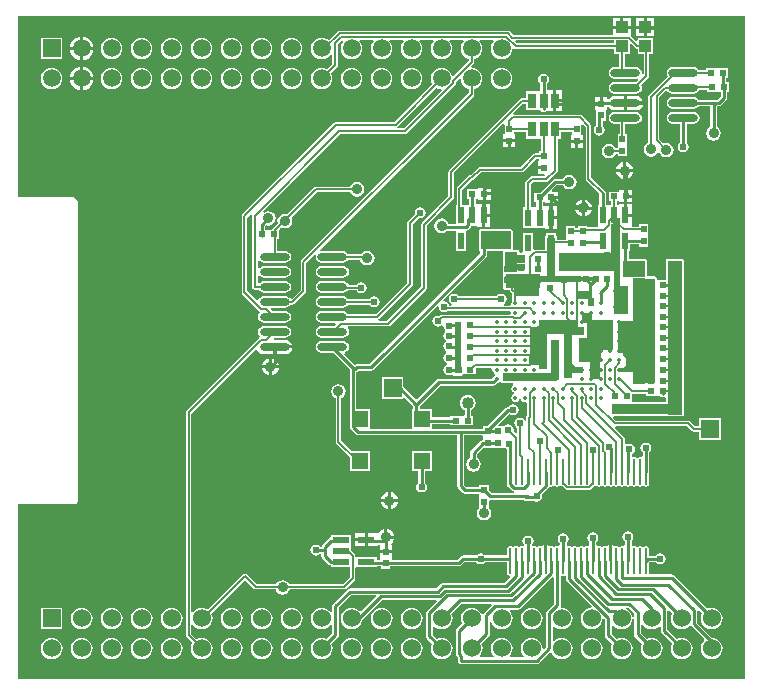
<source format=gtl>
G04 Layer_Physical_Order=1*
G04 Layer_Color=255*
%FSLAX25Y25*%
%MOIN*%
G70*
G01*
G75*
%ADD10R,0.05709X0.02165*%
%ADD11R,0.05709X0.02165*%
%ADD12O,0.09843X0.02756*%
%ADD13R,0.05500X0.05500*%
%ADD14R,0.02165X0.05709*%
%ADD15R,0.02165X0.05709*%
%ADD16O,0.00984X0.08709*%
%ADD17R,0.02756X0.05118*%
%ADD18R,0.02362X0.01969*%
%ADD19R,0.01969X0.02362*%
%ADD20R,0.03937X0.03937*%
%ADD21C,0.01000*%
%ADD22C,0.00600*%
%ADD23C,0.00500*%
%ADD24R,0.07756X0.05591*%
%ADD25R,0.03976X0.35197*%
%ADD26R,0.04016X0.45512*%
%ADD27R,0.12874X0.05000*%
%ADD28R,0.05551X0.02717*%
%ADD29R,0.04724X0.02598*%
%ADD30R,0.02008X0.02717*%
%ADD31R,0.02559X0.15197*%
%ADD32R,0.04095X0.02087*%
%ADD33R,0.02835X0.11969*%
%ADD34R,0.04331X0.12913*%
%ADD35R,0.08268X0.02701*%
%ADD36R,0.12677X0.01654*%
%ADD37R,0.02992X0.14370*%
%ADD38R,0.25197X0.01890*%
%ADD39R,0.11408X0.04622*%
%ADD40R,0.06299X0.10630*%
%ADD41R,0.04213X0.35079*%
%ADD42R,0.06811X0.01457*%
%ADD43R,0.18543X0.02795*%
%ADD44R,0.10158X0.06142*%
%ADD45R,0.04095X0.06535*%
%ADD46R,0.03622X0.02402*%
%ADD47R,0.02756X0.13819*%
%ADD48R,0.18307X0.02677*%
%ADD49R,0.02393X0.17126*%
%ADD50R,0.23378X0.03386*%
%ADD51R,0.04678X0.51260*%
%ADD52R,0.05118X0.09803*%
%ADD53R,0.03425X0.03189*%
%ADD54R,0.08828X0.10472*%
%ADD55R,0.07677X0.08189*%
%ADD56R,0.03386X0.06299*%
%ADD57R,0.03701X0.02874*%
%ADD58R,0.17874X0.04291*%
%ADD59R,0.01978X0.12811*%
%ADD60R,0.02126X0.22874*%
%ADD61R,0.05906X0.05906*%
%ADD62C,0.04000*%
%ADD63C,0.05906*%
%ADD64C,0.01378*%
%ADD65C,0.06000*%
%ADD66R,0.06000X0.06000*%
%ADD67C,0.03600*%
%ADD68C,0.02400*%
G36*
X243047Y988D02*
X847D01*
Y59346D01*
X19617D01*
X19969Y59416D01*
X20266Y59615D01*
X20372Y59721D01*
X20571Y60018D01*
X20641Y60370D01*
Y160292D01*
X20571Y160643D01*
X20372Y160941D01*
X19843Y161470D01*
X19545Y161669D01*
X19194Y161739D01*
X953D01*
Y222042D01*
X243047D01*
Y988D01*
D02*
G37*
%LPC*%
G36*
X92159Y111358D02*
X86790D01*
Y109433D01*
X89833D01*
X90761Y109618D01*
X91548Y110144D01*
X92074Y110930D01*
X92159Y111358D01*
D02*
G37*
G36*
X89833Y118875D02*
X82747D01*
X81975Y118721D01*
X81321Y118284D01*
X80884Y117630D01*
X80730Y116858D01*
X80884Y116086D01*
X81307Y115453D01*
X81319Y115413D01*
X81263Y114857D01*
X81155Y114785D01*
X56989Y90619D01*
X56790Y90321D01*
X56720Y89970D01*
Y15660D01*
X56790Y15308D01*
X56989Y15011D01*
X58869Y13130D01*
X58856Y13113D01*
X58493Y12237D01*
X58369Y11297D01*
X58493Y10357D01*
X58856Y9481D01*
X59433Y8729D01*
X60185Y8152D01*
X61061Y7790D01*
X62001Y7666D01*
X62940Y7790D01*
X63816Y8152D01*
X64568Y8729D01*
X65145Y9481D01*
X65508Y10357D01*
X65632Y11297D01*
X65508Y12237D01*
X65145Y13113D01*
X64568Y13864D01*
X63816Y14442D01*
X62940Y14804D01*
X62001Y14928D01*
X61061Y14804D01*
X60185Y14442D01*
X60167Y14428D01*
X58555Y16040D01*
Y19035D01*
X59065Y19208D01*
X59433Y18729D01*
X60185Y18152D01*
X61061Y17790D01*
X62001Y17666D01*
X62940Y17790D01*
X63816Y18152D01*
X64568Y18729D01*
X65145Y19481D01*
X65508Y20357D01*
X65632Y21297D01*
X65508Y22237D01*
X65246Y22868D01*
X76525Y34146D01*
X79399Y31272D01*
X79696Y31073D01*
X80047Y31003D01*
X86698D01*
X86755Y30717D01*
X87286Y29923D01*
X88079Y29393D01*
X89016Y29206D01*
X89952Y29393D01*
X90746Y29923D01*
X91277Y30717D01*
X91334Y31003D01*
X109358D01*
X109709Y31073D01*
X110007Y31272D01*
X112989Y34255D01*
X113188Y34552D01*
X113258Y34904D01*
Y37945D01*
X113436Y38381D01*
X113768Y38381D01*
X120345D01*
Y38666D01*
X121783D01*
Y37873D01*
X124951D01*
Y38666D01*
X147707D01*
X147707Y38666D01*
X148137Y38751D01*
X148501Y38994D01*
X149600Y40093D01*
X153542D01*
X153693Y39867D01*
X154289Y39470D01*
X154991Y39330D01*
X155693Y39470D01*
X156289Y39867D01*
X156440Y40093D01*
X163720D01*
Y36697D01*
X163805Y36270D01*
X164046Y35909D01*
X164407Y35668D01*
X164636Y35622D01*
X164837Y35108D01*
X164837Y35102D01*
X163019Y33284D01*
X142542D01*
X142113Y33198D01*
X141749Y32955D01*
X141749Y32955D01*
X140162Y31369D01*
X111428D01*
X110999Y31283D01*
X110635Y31040D01*
X110635Y31040D01*
X105821Y26226D01*
X105578Y25862D01*
X105493Y25433D01*
X105493Y25433D01*
Y23497D01*
X104983Y23324D01*
X104568Y23865D01*
X103816Y24442D01*
X102940Y24804D01*
X102000Y24928D01*
X101061Y24804D01*
X100185Y24442D01*
X99433Y23865D01*
X98856Y23112D01*
X98493Y22237D01*
X98369Y21297D01*
X98493Y20357D01*
X98856Y19481D01*
X99433Y18729D01*
X100185Y18152D01*
X101061Y17790D01*
X102000Y17666D01*
X102940Y17790D01*
X103816Y18152D01*
X104568Y18729D01*
X104983Y19270D01*
X105493Y19097D01*
Y16375D01*
X103634Y14517D01*
X102940Y14804D01*
X102000Y14928D01*
X101061Y14804D01*
X100185Y14442D01*
X99433Y13864D01*
X98856Y13113D01*
X98493Y12237D01*
X98369Y11297D01*
X98493Y10357D01*
X98856Y9481D01*
X99433Y8729D01*
X100185Y8152D01*
X101061Y7790D01*
X102000Y7666D01*
X102940Y7790D01*
X103816Y8152D01*
X104568Y8729D01*
X105145Y9481D01*
X105508Y10357D01*
X105631Y11297D01*
X105508Y12237D01*
X105220Y12931D01*
X107407Y15118D01*
X107407Y15118D01*
X107650Y15482D01*
X107736Y15911D01*
X107736Y15911D01*
Y24969D01*
X111893Y29126D01*
X119983D01*
X120179Y28655D01*
X115198Y23674D01*
X114689Y23707D01*
X114568Y23865D01*
X113816Y24442D01*
X112940Y24804D01*
X112001Y24928D01*
X111061Y24804D01*
X110185Y24442D01*
X109433Y23865D01*
X108856Y23112D01*
X108493Y22237D01*
X108369Y21297D01*
X108493Y20357D01*
X108856Y19481D01*
X109433Y18729D01*
X110185Y18152D01*
X111061Y17790D01*
X112001Y17666D01*
X112940Y17790D01*
X113816Y18152D01*
X114568Y18729D01*
X115145Y19481D01*
X115508Y20357D01*
X115577Y20880D01*
X122222Y27526D01*
X140178D01*
X140374Y27055D01*
X137107Y23788D01*
X136864Y23424D01*
X136779Y22995D01*
X136779Y22995D01*
Y15397D01*
X136779Y15397D01*
X136864Y14968D01*
X137107Y14604D01*
X138781Y12931D01*
X138493Y12237D01*
X138369Y11297D01*
X138493Y10357D01*
X138856Y9481D01*
X139433Y8729D01*
X140185Y8152D01*
X141061Y7790D01*
X142000Y7666D01*
X142940Y7790D01*
X143816Y8152D01*
X144568Y8729D01*
X145145Y9481D01*
X145508Y10357D01*
X145632Y11297D01*
X145508Y12237D01*
X145145Y13113D01*
X144568Y13864D01*
X143816Y14442D01*
X142940Y14804D01*
X142000Y14928D01*
X141061Y14804D01*
X140367Y14517D01*
X139022Y15861D01*
Y18499D01*
X139532Y18653D01*
X140185Y18152D01*
X141061Y17790D01*
X142000Y17666D01*
X142940Y17790D01*
X143816Y18152D01*
X144568Y18729D01*
X145145Y19481D01*
X145508Y20357D01*
X145632Y21297D01*
X145508Y22237D01*
X145268Y22816D01*
X148693Y26241D01*
X158422D01*
X158633Y25731D01*
X156136Y23234D01*
X155893Y22870D01*
X155862Y22714D01*
X155332Y22662D01*
X155145Y23112D01*
X154568Y23865D01*
X153816Y24442D01*
X152940Y24804D01*
X152000Y24928D01*
X151061Y24804D01*
X150185Y24442D01*
X149433Y23865D01*
X148856Y23112D01*
X148493Y22237D01*
X148369Y21297D01*
X148493Y20357D01*
X148781Y19663D01*
X147107Y17990D01*
X146864Y17626D01*
X146779Y17197D01*
X146779Y17197D01*
Y9599D01*
X146779Y9599D01*
X146864Y9170D01*
X147107Y8806D01*
X147493Y8420D01*
Y7197D01*
X147578Y6768D01*
X147821Y6404D01*
X148185Y6161D01*
X148614Y6075D01*
X173699D01*
X173699Y6075D01*
X174128Y6161D01*
X174492Y6404D01*
X178089Y10001D01*
X178690Y9881D01*
X178856Y9481D01*
X179433Y8729D01*
X180185Y8152D01*
X181061Y7790D01*
X182001Y7666D01*
X182940Y7790D01*
X183816Y8152D01*
X184568Y8729D01*
X185145Y9481D01*
X185508Y10357D01*
X185632Y11297D01*
X185508Y12237D01*
X185145Y13113D01*
X184568Y13864D01*
X183816Y14442D01*
X182940Y14804D01*
X182001Y14928D01*
X181061Y14804D01*
X180185Y14442D01*
X179532Y13941D01*
X179022Y14095D01*
Y18499D01*
X179532Y18653D01*
X180185Y18152D01*
X181061Y17790D01*
X182001Y17666D01*
X182940Y17790D01*
X183816Y18152D01*
X184568Y18729D01*
X185145Y19481D01*
X185508Y20357D01*
X185632Y21297D01*
X185508Y22237D01*
X185145Y23112D01*
X184568Y23865D01*
X183816Y24442D01*
X182940Y24804D01*
X182001Y24928D01*
X181920Y24995D01*
X181647Y25396D01*
X181703Y25676D01*
Y35336D01*
X181880Y35475D01*
X182213Y35650D01*
X182550Y35583D01*
X182887Y35650D01*
X183220Y35475D01*
X183397Y35336D01*
Y34577D01*
X183397Y34577D01*
X183482Y34148D01*
X183726Y33784D01*
X192128Y25382D01*
X191877Y24912D01*
X191061Y24804D01*
X190185Y24442D01*
X189433Y23865D01*
X188856Y23112D01*
X188493Y22237D01*
X188369Y21297D01*
X188493Y20357D01*
X188856Y19481D01*
X189433Y18729D01*
X190185Y18152D01*
X191061Y17790D01*
X192000Y17666D01*
X192940Y17790D01*
X193816Y18152D01*
X194568Y18729D01*
X195145Y19481D01*
X195508Y20357D01*
X195615Y21173D01*
X196085Y21424D01*
X196477Y21033D01*
Y15699D01*
X196477Y15699D01*
X196562Y15270D01*
X196805Y14906D01*
X198781Y12931D01*
X198493Y12237D01*
X198369Y11297D01*
X198493Y10357D01*
X198856Y9481D01*
X199433Y8729D01*
X200185Y8152D01*
X201061Y7790D01*
X202000Y7666D01*
X202940Y7790D01*
X203816Y8152D01*
X204568Y8729D01*
X205145Y9481D01*
X205508Y10357D01*
X205631Y11297D01*
X205508Y12237D01*
X205145Y13113D01*
X204568Y13864D01*
X203816Y14442D01*
X202940Y14804D01*
X202000Y14928D01*
X201061Y14804D01*
X200367Y14517D01*
X198720Y16164D01*
Y18821D01*
X199230Y18994D01*
X199433Y18729D01*
X200185Y18152D01*
X201061Y17790D01*
X202000Y17666D01*
X202940Y17790D01*
X203816Y18152D01*
X204568Y18729D01*
X205145Y19481D01*
X205508Y20357D01*
X205631Y21297D01*
X205508Y22237D01*
X205145Y23112D01*
X204568Y23865D01*
X203816Y24442D01*
X203555Y24550D01*
X203657Y25060D01*
X204144D01*
X206201Y23002D01*
Y15975D01*
X206201Y15975D01*
X206287Y15545D01*
X206530Y15181D01*
X208781Y12931D01*
X208493Y12237D01*
X208369Y11297D01*
X208493Y10357D01*
X208856Y9481D01*
X209433Y8729D01*
X210185Y8152D01*
X211061Y7790D01*
X212000Y7666D01*
X212940Y7790D01*
X213816Y8152D01*
X214568Y8729D01*
X215145Y9481D01*
X215508Y10357D01*
X215632Y11297D01*
X215508Y12237D01*
X215145Y13113D01*
X214568Y13864D01*
X213816Y14442D01*
X212940Y14804D01*
X212000Y14928D01*
X211061Y14804D01*
X210367Y14517D01*
X208444Y16439D01*
Y19197D01*
X208954Y19353D01*
X209433Y18729D01*
X210185Y18152D01*
X211061Y17790D01*
X212000Y17666D01*
X212940Y17790D01*
X213816Y18152D01*
X214469Y18653D01*
X214979Y18499D01*
Y17197D01*
X214979Y17197D01*
X215064Y16768D01*
X215307Y16404D01*
X218781Y12931D01*
X218493Y12237D01*
X218369Y11297D01*
X218493Y10357D01*
X218856Y9481D01*
X219433Y8729D01*
X220185Y8152D01*
X221061Y7790D01*
X222001Y7666D01*
X222940Y7790D01*
X223816Y8152D01*
X224568Y8729D01*
X225145Y9481D01*
X225508Y10357D01*
X225631Y11297D01*
X225508Y12237D01*
X225145Y13113D01*
X224568Y13864D01*
X223816Y14442D01*
X222940Y14804D01*
X222001Y14928D01*
X221061Y14804D01*
X220367Y14517D01*
X217222Y17661D01*
Y23823D01*
X217693Y24018D01*
X218781Y22931D01*
X218493Y22237D01*
X218369Y21297D01*
X218493Y20357D01*
X218856Y19481D01*
X219433Y18729D01*
X220185Y18152D01*
X221061Y17790D01*
X222001Y17666D01*
X222940Y17790D01*
X223816Y18152D01*
X224568Y18729D01*
X224628Y18808D01*
X225240Y18767D01*
X225307Y18667D01*
X229542Y14432D01*
X229509Y13923D01*
X229433Y13864D01*
X228856Y13113D01*
X228493Y12237D01*
X228369Y11297D01*
X228493Y10357D01*
X228856Y9481D01*
X229433Y8729D01*
X230185Y8152D01*
X231061Y7790D01*
X232000Y7666D01*
X232940Y7790D01*
X233816Y8152D01*
X234568Y8729D01*
X235145Y9481D01*
X235508Y10357D01*
X235631Y11297D01*
X235508Y12237D01*
X235145Y13113D01*
X234568Y13864D01*
X233816Y14442D01*
X232940Y14804D01*
X232251Y14895D01*
X227222Y19924D01*
Y23953D01*
X227374Y24071D01*
X227708Y24188D01*
X228835Y23062D01*
X228493Y22237D01*
X228369Y21297D01*
X228493Y20357D01*
X228856Y19481D01*
X229433Y18729D01*
X230185Y18152D01*
X231061Y17790D01*
X232000Y17666D01*
X232940Y17790D01*
X233816Y18152D01*
X234568Y18729D01*
X235145Y19481D01*
X235508Y20357D01*
X235631Y21297D01*
X235508Y22237D01*
X235145Y23112D01*
X234568Y23865D01*
X233816Y24442D01*
X232940Y24804D01*
X232000Y24928D01*
X231061Y24804D01*
X230498Y24571D01*
X219424Y35645D01*
X219060Y35888D01*
X218631Y35973D01*
X218631Y35973D01*
X211506D01*
X211180Y36483D01*
X211223Y36697D01*
Y40044D01*
X213418D01*
X213536Y39867D01*
X214131Y39470D01*
X214833Y39330D01*
X215536Y39470D01*
X216131Y39867D01*
X216529Y40463D01*
X216669Y41165D01*
X216529Y41868D01*
X216131Y42463D01*
X215536Y42861D01*
X214833Y43000D01*
X214131Y42861D01*
X213536Y42463D01*
X213418Y42287D01*
X211223D01*
Y44421D01*
X211138Y44847D01*
X210896Y45208D01*
X210535Y45450D01*
X210109Y45535D01*
X209683Y45450D01*
X209322Y45208D01*
X208928D01*
X208567Y45450D01*
X208141Y45535D01*
X207715Y45450D01*
X207353Y45208D01*
X206960D01*
X206598Y45450D01*
X206172Y45535D01*
X205835Y45467D01*
X205502Y45643D01*
X205325Y45782D01*
Y47240D01*
X205392Y47285D01*
X205790Y47880D01*
X205930Y48583D01*
X205790Y49285D01*
X205392Y49880D01*
X204797Y50278D01*
X204095Y50418D01*
X203392Y50278D01*
X202797Y49880D01*
X202399Y49285D01*
X202259Y48583D01*
X202399Y47880D01*
X202797Y47285D01*
X203082Y47094D01*
Y45782D01*
X202905Y45643D01*
X202572Y45467D01*
X202235Y45535D01*
X201809Y45450D01*
X201448Y45208D01*
X201054D01*
X200693Y45450D01*
X200267Y45535D01*
X199840Y45450D01*
X199788Y45415D01*
X199374Y45497D01*
X198880Y45827D01*
X198798Y45843D01*
Y40559D01*
X197798D01*
Y45843D01*
X197716Y45827D01*
X197222Y45497D01*
X196809Y45415D01*
X196756Y45450D01*
X196330Y45535D01*
X195903Y45450D01*
X195694Y45310D01*
X195345Y45245D01*
X194997Y45310D01*
X194787Y45450D01*
X194361Y45535D01*
X194024Y45467D01*
X193691Y45643D01*
X193514Y45782D01*
Y46822D01*
X193690Y46940D01*
X194088Y47535D01*
X194228Y48237D01*
X194088Y48940D01*
X193690Y49535D01*
X193095Y49933D01*
X192393Y50073D01*
X191690Y49933D01*
X191095Y49535D01*
X190697Y48940D01*
X190557Y48237D01*
X190697Y47535D01*
X191095Y46940D01*
X191271Y46822D01*
Y45782D01*
X191094Y45643D01*
X190761Y45467D01*
X190424Y45535D01*
X189998Y45450D01*
X189788Y45310D01*
X189440Y45245D01*
X189091Y45310D01*
X188882Y45450D01*
X188456Y45535D01*
X188029Y45450D01*
X187668Y45208D01*
X187274D01*
X186913Y45450D01*
X186487Y45535D01*
X186061Y45450D01*
X185852Y45310D01*
X185503Y45245D01*
X185154Y45310D01*
X184945Y45450D01*
X184519Y45535D01*
X184182Y45467D01*
X183848Y45643D01*
X183672Y45782D01*
Y46489D01*
X183848Y46607D01*
X184246Y47202D01*
X184385Y47904D01*
X184246Y48607D01*
X183848Y49202D01*
X183252Y49600D01*
X182550Y49740D01*
X181848Y49600D01*
X181252Y49202D01*
X180854Y48607D01*
X180715Y47904D01*
X180854Y47202D01*
X181252Y46607D01*
X181429Y46489D01*
Y45782D01*
X181252Y45643D01*
X180919Y45467D01*
X180581Y45535D01*
X180155Y45450D01*
X179946Y45310D01*
X179597Y45245D01*
X179249Y45310D01*
X179039Y45450D01*
X178613Y45535D01*
X178187Y45450D01*
X178134Y45415D01*
X177720Y45497D01*
X177227Y45827D01*
X177145Y45843D01*
Y40559D01*
X176145D01*
Y45843D01*
X176062Y45827D01*
X175569Y45497D01*
X175155Y45415D01*
X175102Y45450D01*
X174676Y45535D01*
X174250Y45450D01*
X174040Y45310D01*
X173692Y45245D01*
X173343Y45310D01*
X173134Y45450D01*
X172707Y45535D01*
X172487Y45491D01*
X172194Y45952D01*
X172483Y46384D01*
X172623Y47087D01*
X172483Y47789D01*
X172085Y48384D01*
X171490Y48782D01*
X170787Y48922D01*
X170085Y48782D01*
X169490Y48384D01*
X169092Y47789D01*
X168952Y47087D01*
X169092Y46384D01*
X169426Y45885D01*
X169329Y45701D01*
X169148Y45487D01*
X169107Y45467D01*
X168771Y45535D01*
X168344Y45450D01*
X168135Y45310D01*
X167786Y45245D01*
X167438Y45310D01*
X167228Y45450D01*
X166802Y45535D01*
X166376Y45450D01*
X166166Y45310D01*
X165818Y45245D01*
X165469Y45310D01*
X165260Y45450D01*
X164833Y45535D01*
X164407Y45450D01*
X164046Y45208D01*
X163805Y44847D01*
X163720Y44421D01*
Y42336D01*
X156373D01*
X156289Y42463D01*
X155693Y42861D01*
X154991Y43000D01*
X154289Y42861D01*
X153693Y42463D01*
X153609Y42336D01*
X149135D01*
X148706Y42251D01*
X148342Y42008D01*
X148342Y42008D01*
X147243Y40909D01*
X125373D01*
X125351Y41410D01*
X125351Y41410D01*
X125351Y41410D01*
Y43091D01*
X121383D01*
Y41410D01*
X121382Y41410D01*
X121383D01*
X121361Y40909D01*
X120345D01*
Y41746D01*
X113512Y41746D01*
X113283Y42104D01*
X113251Y42180D01*
X113188Y42495D01*
X112989Y42792D01*
X111881Y43901D01*
Y45486D01*
X111881Y45486D01*
Y45861D01*
X111881D01*
X111881Y45996D01*
Y49227D01*
X104972D01*
Y48342D01*
X104778Y48304D01*
X104414Y48061D01*
X104414Y48061D01*
X102257Y45904D01*
X102014Y45540D01*
X101950Y45216D01*
X101455D01*
X101337Y45392D01*
X100742Y45790D01*
X100039Y45930D01*
X99337Y45790D01*
X98742Y45392D01*
X98344Y44797D01*
X98204Y44094D01*
X98344Y43392D01*
X98742Y42797D01*
X99337Y42399D01*
X100039Y42259D01*
X100742Y42399D01*
X101337Y42797D01*
X101846Y42651D01*
X101929Y42572D01*
Y42214D01*
X101929Y42214D01*
X102014Y41785D01*
X102257Y41421D01*
X104408Y39271D01*
X104408Y39271D01*
X104772Y39028D01*
X104972Y38988D01*
Y38381D01*
X111423D01*
Y35284D01*
X108978Y32839D01*
X91110D01*
X90746Y33384D01*
X89952Y33914D01*
X89016Y34101D01*
X88079Y33914D01*
X87286Y33384D01*
X86921Y32839D01*
X80427D01*
X77173Y36093D01*
X76876Y36292D01*
X76525Y36362D01*
X76173Y36292D01*
X75876Y36093D01*
X64047Y24264D01*
X63816Y24442D01*
X62940Y24804D01*
X62001Y24928D01*
X61061Y24804D01*
X60185Y24442D01*
X59433Y23865D01*
X59065Y23386D01*
X58555Y23559D01*
Y89590D01*
X80031Y111066D01*
X80551Y110864D01*
X81033Y110144D01*
X81819Y109618D01*
X82747Y109433D01*
X85790D01*
Y111858D01*
X86290D01*
Y112358D01*
X92159D01*
X92074Y112786D01*
X91548Y113572D01*
X90761Y114098D01*
X89833Y114283D01*
X86239D01*
X85967Y114793D01*
X85999Y114841D01*
X89833D01*
X90605Y114995D01*
X91259Y115432D01*
X91697Y116086D01*
X91850Y116858D01*
X91697Y117630D01*
X91259Y118284D01*
X90605Y118721D01*
X89833Y118875D01*
D02*
G37*
G36*
X85412Y107963D02*
Y105704D01*
X87671D01*
X87640Y105935D01*
X87358Y106616D01*
X86909Y107201D01*
X86324Y107650D01*
X85643Y107932D01*
X85412Y107963D01*
D02*
G37*
G36*
X109125Y138875D02*
X102038D01*
X101267Y138721D01*
X100612Y138284D01*
X100175Y137630D01*
X100022Y136858D01*
X100175Y136086D01*
X100612Y135432D01*
X101267Y134995D01*
X102038Y134841D01*
X109125D01*
X109897Y134995D01*
X110551Y135432D01*
X110988Y136086D01*
X111142Y136858D01*
X110988Y137630D01*
X110551Y138284D01*
X109897Y138721D01*
X109125Y138875D01*
D02*
G37*
G36*
Y133875D02*
X102038D01*
X101267Y133721D01*
X100612Y133284D01*
X100175Y132630D01*
X100022Y131858D01*
X100175Y131086D01*
X100612Y130432D01*
X101267Y129995D01*
X102038Y129841D01*
X109125D01*
X109897Y129995D01*
X110551Y130432D01*
X110706Y130665D01*
X113675D01*
X113929Y130285D01*
X114525Y129887D01*
X115227Y129747D01*
X115929Y129887D01*
X116525Y130285D01*
X116923Y130880D01*
X117062Y131582D01*
X116923Y132285D01*
X116525Y132880D01*
X115929Y133278D01*
X115227Y133418D01*
X114525Y133278D01*
X113929Y132880D01*
X113675Y132500D01*
X111014D01*
X110988Y132630D01*
X110551Y133284D01*
X109897Y133721D01*
X109125Y133875D01*
D02*
G37*
G36*
Y128875D02*
X102038D01*
X101267Y128721D01*
X100612Y128284D01*
X100175Y127630D01*
X100022Y126858D01*
X100175Y126086D01*
X100612Y125432D01*
X101267Y124995D01*
X102038Y124841D01*
X109125D01*
X109897Y124995D01*
X110551Y125432D01*
X110891Y125940D01*
X118006D01*
X118260Y125560D01*
X118856Y125162D01*
X119558Y125023D01*
X120260Y125162D01*
X120856Y125560D01*
X121254Y126156D01*
X121393Y126858D01*
X121254Y127560D01*
X120856Y128156D01*
X120260Y128553D01*
X119558Y128693D01*
X118856Y128553D01*
X118260Y128156D01*
X118006Y127776D01*
X110891D01*
X110551Y128284D01*
X109897Y128721D01*
X109125Y128875D01*
D02*
G37*
G36*
X84412Y107963D02*
X84181Y107932D01*
X83500Y107650D01*
X82915Y107201D01*
X82467Y106616D01*
X82184Y105935D01*
X82154Y105704D01*
X84412D01*
Y107963D01*
D02*
G37*
G36*
X138737Y77040D02*
X132037D01*
Y70340D01*
X134193D01*
Y66612D01*
X134017Y66495D01*
X133619Y65899D01*
X133480Y65197D01*
X133619Y64495D01*
X134017Y63899D01*
X134613Y63501D01*
X135315Y63362D01*
X136017Y63501D01*
X136613Y63899D01*
X137011Y64495D01*
X137150Y65197D01*
X137011Y65899D01*
X136613Y66495D01*
X136436Y66612D01*
Y70340D01*
X138737D01*
Y77040D01*
D02*
G37*
G36*
X125063Y63341D02*
Y61083D01*
X127321D01*
X127291Y61314D01*
X127008Y61995D01*
X126560Y62580D01*
X125975Y63029D01*
X125294Y63311D01*
X125063Y63341D01*
D02*
G37*
G36*
X124063D02*
X123832Y63311D01*
X123151Y63029D01*
X122566Y62580D01*
X122117Y61995D01*
X121835Y61314D01*
X121804Y61083D01*
X124063D01*
Y63341D01*
D02*
G37*
G36*
X87671Y104704D02*
X85412D01*
Y102446D01*
X85643Y102477D01*
X86324Y102759D01*
X86909Y103208D01*
X87358Y103792D01*
X87640Y104473D01*
X87671Y104704D01*
D02*
G37*
G36*
X84412D02*
X82154D01*
X82184Y104473D01*
X82467Y103792D01*
X82915Y103208D01*
X83500Y102759D01*
X84181Y102477D01*
X84412Y102446D01*
Y104704D01*
D02*
G37*
G36*
X107609Y99450D02*
X106673Y99264D01*
X105879Y98734D01*
X105348Y97940D01*
X105162Y97004D01*
X105348Y96067D01*
X105879Y95273D01*
X106673Y94743D01*
X106691Y94739D01*
Y80101D01*
X106761Y79749D01*
X106960Y79452D01*
X111537Y74875D01*
Y70340D01*
X118237D01*
Y77040D01*
X111967D01*
X108527Y80481D01*
Y94739D01*
X108545Y94743D01*
X109339Y95273D01*
X109870Y96067D01*
X110056Y97004D01*
X109870Y97940D01*
X109339Y98734D01*
X108545Y99264D01*
X107609Y99450D01*
D02*
G37*
G36*
X180468Y154402D02*
X178886D01*
Y151047D01*
X180468D01*
Y154402D01*
D02*
G37*
G36*
X205597Y161531D02*
X203916D01*
Y160047D01*
X205597D01*
Y161531D01*
D02*
G37*
G36*
X180794Y161138D02*
X179113D01*
Y159653D01*
X180794D01*
Y161138D01*
D02*
G37*
G36*
X189743Y160853D02*
Y158594D01*
X192001D01*
X191971Y158825D01*
X191689Y159506D01*
X191240Y160091D01*
X190655Y160540D01*
X189974Y160822D01*
X189743Y160853D01*
D02*
G37*
G36*
X158353Y164803D02*
X156672D01*
Y163319D01*
X158353D01*
Y164803D01*
D02*
G37*
G36*
X205597Y164015D02*
X203916D01*
Y162531D01*
X205597D01*
Y164015D01*
D02*
G37*
G36*
X158353Y162319D02*
X156672D01*
Y160834D01*
X158353D01*
Y162319D01*
D02*
G37*
G36*
X188743Y160853D02*
X188512Y160822D01*
X187831Y160540D01*
X187246Y160091D01*
X186797Y159506D01*
X186515Y158825D01*
X186485Y158594D01*
X188743D01*
Y160853D01*
D02*
G37*
G36*
X192001Y157594D02*
X189743D01*
Y155336D01*
X189974Y155366D01*
X190655Y155649D01*
X191240Y156097D01*
X191689Y156682D01*
X191971Y157363D01*
X192001Y157594D01*
D02*
G37*
G36*
X188743D02*
X186485D01*
X186515Y157363D01*
X186797Y156682D01*
X187246Y156097D01*
X187831Y155649D01*
X188512Y155366D01*
X188743Y155336D01*
Y157594D01*
D02*
G37*
G36*
X158058Y155134D02*
X156475D01*
Y151779D01*
X158058D01*
Y155134D01*
D02*
G37*
G36*
X205302Y159488D02*
X203719D01*
Y156134D01*
X205302D01*
Y159488D01*
D02*
G37*
G36*
X158058Y159488D02*
X156475D01*
Y156134D01*
X158058D01*
Y159488D01*
D02*
G37*
G36*
X180468Y158756D02*
X178886D01*
Y155402D01*
X180468D01*
Y158756D01*
D02*
G37*
G36*
X127321Y60083D02*
X125063D01*
Y57824D01*
X125294Y57855D01*
X125975Y58137D01*
X126560Y58586D01*
X127008Y59171D01*
X127291Y59852D01*
X127321Y60083D01*
D02*
G37*
G36*
X122001Y14928D02*
X121061Y14804D01*
X120185Y14442D01*
X119433Y13864D01*
X118856Y13113D01*
X118493Y12237D01*
X118369Y11297D01*
X118493Y10357D01*
X118856Y9481D01*
X119433Y8729D01*
X120185Y8152D01*
X121061Y7790D01*
X122001Y7666D01*
X122940Y7790D01*
X123816Y8152D01*
X124568Y8729D01*
X125145Y9481D01*
X125508Y10357D01*
X125631Y11297D01*
X125508Y12237D01*
X125145Y13113D01*
X124568Y13864D01*
X123816Y14442D01*
X122940Y14804D01*
X122001Y14928D01*
D02*
G37*
G36*
X112001D02*
X111061Y14804D01*
X110185Y14442D01*
X109433Y13864D01*
X108856Y13113D01*
X108493Y12237D01*
X108369Y11297D01*
X108493Y10357D01*
X108856Y9481D01*
X109433Y8729D01*
X110185Y8152D01*
X111061Y7790D01*
X112001Y7666D01*
X112940Y7790D01*
X113816Y8152D01*
X114568Y8729D01*
X115145Y9481D01*
X115508Y10357D01*
X115631Y11297D01*
X115508Y12237D01*
X115145Y13113D01*
X114568Y13864D01*
X113816Y14442D01*
X112940Y14804D01*
X112001Y14928D01*
D02*
G37*
G36*
X92001D02*
X91061Y14804D01*
X90185Y14442D01*
X89433Y13864D01*
X88856Y13113D01*
X88493Y12237D01*
X88369Y11297D01*
X88493Y10357D01*
X88856Y9481D01*
X89433Y8729D01*
X90185Y8152D01*
X91061Y7790D01*
X92001Y7666D01*
X92940Y7790D01*
X93816Y8152D01*
X94568Y8729D01*
X95145Y9481D01*
X95508Y10357D01*
X95631Y11297D01*
X95508Y12237D01*
X95145Y13113D01*
X94568Y13864D01*
X93816Y14442D01*
X92940Y14804D01*
X92001Y14928D01*
D02*
G37*
G36*
X22001Y24928D02*
X21061Y24804D01*
X20185Y24442D01*
X19433Y23865D01*
X18856Y23112D01*
X18493Y22237D01*
X18369Y21297D01*
X18493Y20357D01*
X18856Y19481D01*
X19433Y18729D01*
X20185Y18152D01*
X21061Y17790D01*
X22001Y17666D01*
X22940Y17790D01*
X23816Y18152D01*
X24568Y18729D01*
X25145Y19481D01*
X25508Y20357D01*
X25631Y21297D01*
X25508Y22237D01*
X25145Y23112D01*
X24568Y23865D01*
X23816Y24442D01*
X22940Y24804D01*
X22001Y24928D01*
D02*
G37*
G36*
X192000Y14928D02*
X191061Y14804D01*
X190185Y14442D01*
X189433Y13864D01*
X188856Y13113D01*
X188493Y12237D01*
X188369Y11297D01*
X188493Y10357D01*
X188856Y9481D01*
X189433Y8729D01*
X190185Y8152D01*
X191061Y7790D01*
X192000Y7666D01*
X192940Y7790D01*
X193816Y8152D01*
X194568Y8729D01*
X195145Y9481D01*
X195508Y10357D01*
X195632Y11297D01*
X195508Y12237D01*
X195145Y13113D01*
X194568Y13864D01*
X193816Y14442D01*
X192940Y14804D01*
X192000Y14928D01*
D02*
G37*
G36*
X132001D02*
X131061Y14804D01*
X130185Y14442D01*
X129433Y13864D01*
X128856Y13113D01*
X128493Y12237D01*
X128369Y11297D01*
X128493Y10357D01*
X128856Y9481D01*
X129433Y8729D01*
X130185Y8152D01*
X131061Y7790D01*
X132001Y7666D01*
X132940Y7790D01*
X133816Y8152D01*
X134568Y8729D01*
X135145Y9481D01*
X135508Y10357D01*
X135632Y11297D01*
X135508Y12237D01*
X135145Y13113D01*
X134568Y13864D01*
X133816Y14442D01*
X132940Y14804D01*
X132001Y14928D01*
D02*
G37*
G36*
X82000D02*
X81061Y14804D01*
X80185Y14442D01*
X79433Y13864D01*
X78856Y13113D01*
X78493Y12237D01*
X78369Y11297D01*
X78493Y10357D01*
X78856Y9481D01*
X79433Y8729D01*
X80185Y8152D01*
X81061Y7790D01*
X82000Y7666D01*
X82940Y7790D01*
X83816Y8152D01*
X84568Y8729D01*
X85145Y9481D01*
X85508Y10357D01*
X85632Y11297D01*
X85508Y12237D01*
X85145Y13113D01*
X84568Y13864D01*
X83816Y14442D01*
X82940Y14804D01*
X82000Y14928D01*
D02*
G37*
G36*
X32000D02*
X31061Y14804D01*
X30185Y14442D01*
X29433Y13864D01*
X28856Y13113D01*
X28493Y12237D01*
X28369Y11297D01*
X28493Y10357D01*
X28856Y9481D01*
X29433Y8729D01*
X30185Y8152D01*
X31061Y7790D01*
X32000Y7666D01*
X32940Y7790D01*
X33816Y8152D01*
X34568Y8729D01*
X35145Y9481D01*
X35508Y10357D01*
X35631Y11297D01*
X35508Y12237D01*
X35145Y13113D01*
X34568Y13864D01*
X33816Y14442D01*
X32940Y14804D01*
X32000Y14928D01*
D02*
G37*
G36*
X22001D02*
X21061Y14804D01*
X20185Y14442D01*
X19433Y13864D01*
X18856Y13113D01*
X18493Y12237D01*
X18369Y11297D01*
X18493Y10357D01*
X18856Y9481D01*
X19433Y8729D01*
X20185Y8152D01*
X21061Y7790D01*
X22001Y7666D01*
X22940Y7790D01*
X23816Y8152D01*
X24568Y8729D01*
X25145Y9481D01*
X25508Y10357D01*
X25631Y11297D01*
X25508Y12237D01*
X25145Y13113D01*
X24568Y13864D01*
X23816Y14442D01*
X22940Y14804D01*
X22001Y14928D01*
D02*
G37*
G36*
X12000D02*
X11061Y14804D01*
X10185Y14442D01*
X9433Y13864D01*
X8856Y13113D01*
X8493Y12237D01*
X8369Y11297D01*
X8493Y10357D01*
X8856Y9481D01*
X9433Y8729D01*
X10185Y8152D01*
X11061Y7790D01*
X12000Y7666D01*
X12940Y7790D01*
X13816Y8152D01*
X14568Y8729D01*
X15145Y9481D01*
X15508Y10357D01*
X15631Y11297D01*
X15508Y12237D01*
X15145Y13113D01*
X14568Y13864D01*
X13816Y14442D01*
X12940Y14804D01*
X12000Y14928D01*
D02*
G37*
G36*
X72000D02*
X71061Y14804D01*
X70185Y14442D01*
X69433Y13864D01*
X68856Y13113D01*
X68493Y12237D01*
X68369Y11297D01*
X68493Y10357D01*
X68856Y9481D01*
X69433Y8729D01*
X70185Y8152D01*
X71061Y7790D01*
X72000Y7666D01*
X72940Y7790D01*
X73816Y8152D01*
X74568Y8729D01*
X75145Y9481D01*
X75508Y10357D01*
X75631Y11297D01*
X75508Y12237D01*
X75145Y13113D01*
X74568Y13864D01*
X73816Y14442D01*
X72940Y14804D01*
X72000Y14928D01*
D02*
G37*
G36*
X52000D02*
X51061Y14804D01*
X50185Y14442D01*
X49433Y13864D01*
X48856Y13113D01*
X48493Y12237D01*
X48369Y11297D01*
X48493Y10357D01*
X48856Y9481D01*
X49433Y8729D01*
X50185Y8152D01*
X51061Y7790D01*
X52000Y7666D01*
X52940Y7790D01*
X53816Y8152D01*
X54568Y8729D01*
X55145Y9481D01*
X55508Y10357D01*
X55632Y11297D01*
X55508Y12237D01*
X55145Y13113D01*
X54568Y13864D01*
X53816Y14442D01*
X52940Y14804D01*
X52000Y14928D01*
D02*
G37*
G36*
X42000D02*
X41061Y14804D01*
X40185Y14442D01*
X39433Y13864D01*
X38856Y13113D01*
X38493Y12237D01*
X38369Y11297D01*
X38493Y10357D01*
X38856Y9481D01*
X39433Y8729D01*
X40185Y8152D01*
X41061Y7790D01*
X42000Y7666D01*
X42940Y7790D01*
X43816Y8152D01*
X44568Y8729D01*
X45145Y9481D01*
X45508Y10357D01*
X45632Y11297D01*
X45508Y12237D01*
X45145Y13113D01*
X44568Y13864D01*
X43816Y14442D01*
X42940Y14804D01*
X42000Y14928D01*
D02*
G37*
G36*
X32000Y24928D02*
X31061Y24804D01*
X30185Y24442D01*
X29433Y23865D01*
X28856Y23112D01*
X28493Y22237D01*
X28369Y21297D01*
X28493Y20357D01*
X28856Y19481D01*
X29433Y18729D01*
X30185Y18152D01*
X31061Y17790D01*
X32000Y17666D01*
X32940Y17790D01*
X33816Y18152D01*
X34568Y18729D01*
X35145Y19481D01*
X35508Y20357D01*
X35631Y21297D01*
X35508Y22237D01*
X35145Y23112D01*
X34568Y23865D01*
X33816Y24442D01*
X32940Y24804D01*
X32000Y24928D01*
D02*
G37*
G36*
X116391Y47044D02*
X113036D01*
Y45461D01*
X116391D01*
Y47044D01*
D02*
G37*
G36*
X122889Y51122D02*
X122658Y51092D01*
X121976Y50810D01*
X121392Y50361D01*
X121105Y49988D01*
X120745Y49627D01*
X117391D01*
Y47544D01*
Y45461D01*
X120745D01*
Y46080D01*
X121255Y46295D01*
X121282Y46269D01*
X121382Y45772D01*
X121383D01*
X121383Y45772D01*
Y44091D01*
X125351D01*
Y45772D01*
X125351Y45772D01*
X125351D01*
X125275Y46282D01*
X125386Y46367D01*
X125834Y46952D01*
X126117Y47633D01*
X126147Y47864D01*
X123389D01*
Y48364D01*
X122889D01*
Y51122D01*
D02*
G37*
G36*
X15600Y24897D02*
X8400D01*
Y17697D01*
X15600D01*
Y24897D01*
D02*
G37*
G36*
X124063Y60083D02*
X121804D01*
X121835Y59852D01*
X122117Y59171D01*
X122566Y58586D01*
X123151Y58137D01*
X123832Y57855D01*
X124063Y57824D01*
Y60083D01*
D02*
G37*
G36*
X123889Y51122D02*
Y48864D01*
X126147D01*
X126117Y49095D01*
X125834Y49776D01*
X125386Y50361D01*
X124801Y50810D01*
X124120Y51092D01*
X123889Y51122D01*
D02*
G37*
G36*
X116391Y49627D02*
X113036D01*
Y48044D01*
X116391D01*
Y49627D01*
D02*
G37*
G36*
X132001Y24928D02*
X131061Y24804D01*
X130185Y24442D01*
X129433Y23865D01*
X128856Y23112D01*
X128493Y22237D01*
X128369Y21297D01*
X128493Y20357D01*
X128856Y19481D01*
X129433Y18729D01*
X130185Y18152D01*
X131061Y17790D01*
X132001Y17666D01*
X132940Y17790D01*
X133816Y18152D01*
X134568Y18729D01*
X135145Y19481D01*
X135508Y20357D01*
X135632Y21297D01*
X135508Y22237D01*
X135145Y23112D01*
X134568Y23865D01*
X133816Y24442D01*
X132940Y24804D01*
X132001Y24928D01*
D02*
G37*
G36*
X72000D02*
X71061Y24804D01*
X70185Y24442D01*
X69433Y23865D01*
X68856Y23112D01*
X68493Y22237D01*
X68369Y21297D01*
X68493Y20357D01*
X68856Y19481D01*
X69433Y18729D01*
X70185Y18152D01*
X71061Y17790D01*
X72000Y17666D01*
X72940Y17790D01*
X73816Y18152D01*
X74568Y18729D01*
X75145Y19481D01*
X75508Y20357D01*
X75631Y21297D01*
X75508Y22237D01*
X75145Y23112D01*
X74568Y23865D01*
X73816Y24442D01*
X72940Y24804D01*
X72000Y24928D01*
D02*
G37*
G36*
X52000D02*
X51061Y24804D01*
X50185Y24442D01*
X49433Y23865D01*
X48856Y23112D01*
X48493Y22237D01*
X48369Y21297D01*
X48493Y20357D01*
X48856Y19481D01*
X49433Y18729D01*
X50185Y18152D01*
X51061Y17790D01*
X52000Y17666D01*
X52940Y17790D01*
X53816Y18152D01*
X54568Y18729D01*
X55145Y19481D01*
X55508Y20357D01*
X55632Y21297D01*
X55508Y22237D01*
X55145Y23112D01*
X54568Y23865D01*
X53816Y24442D01*
X52940Y24804D01*
X52000Y24928D01*
D02*
G37*
G36*
X42000D02*
X41061Y24804D01*
X40185Y24442D01*
X39433Y23865D01*
X38856Y23112D01*
X38493Y22237D01*
X38369Y21297D01*
X38493Y20357D01*
X38856Y19481D01*
X39433Y18729D01*
X40185Y18152D01*
X41061Y17790D01*
X42000Y17666D01*
X42940Y17790D01*
X43816Y18152D01*
X44568Y18729D01*
X45145Y19481D01*
X45508Y20357D01*
X45632Y21297D01*
X45508Y22237D01*
X45145Y23112D01*
X44568Y23865D01*
X43816Y24442D01*
X42940Y24804D01*
X42000Y24928D01*
D02*
G37*
G36*
X122001D02*
X121061Y24804D01*
X120185Y24442D01*
X119433Y23865D01*
X118856Y23112D01*
X118493Y22237D01*
X118369Y21297D01*
X118493Y20357D01*
X118856Y19481D01*
X119433Y18729D01*
X120185Y18152D01*
X121061Y17790D01*
X122001Y17666D01*
X122940Y17790D01*
X123816Y18152D01*
X124568Y18729D01*
X125145Y19481D01*
X125508Y20357D01*
X125631Y21297D01*
X125508Y22237D01*
X125145Y23112D01*
X124568Y23865D01*
X123816Y24442D01*
X122940Y24804D01*
X122001Y24928D01*
D02*
G37*
G36*
X92001D02*
X91061Y24804D01*
X90185Y24442D01*
X89433Y23865D01*
X88856Y23112D01*
X88493Y22237D01*
X88369Y21297D01*
X88493Y20357D01*
X88856Y19481D01*
X89433Y18729D01*
X90185Y18152D01*
X91061Y17790D01*
X92001Y17666D01*
X92940Y17790D01*
X93816Y18152D01*
X94568Y18729D01*
X95145Y19481D01*
X95508Y20357D01*
X95631Y21297D01*
X95508Y22237D01*
X95145Y23112D01*
X94568Y23865D01*
X93816Y24442D01*
X92940Y24804D01*
X92001Y24928D01*
D02*
G37*
G36*
X82000D02*
X81061Y24804D01*
X80185Y24442D01*
X79433Y23865D01*
X78856Y23112D01*
X78493Y22237D01*
X78369Y21297D01*
X78493Y20357D01*
X78856Y19481D01*
X79433Y18729D01*
X80185Y18152D01*
X81061Y17790D01*
X82000Y17666D01*
X82940Y17790D01*
X83816Y18152D01*
X84568Y18729D01*
X85145Y19481D01*
X85508Y20357D01*
X85632Y21297D01*
X85508Y22237D01*
X85145Y23112D01*
X84568Y23865D01*
X83816Y24442D01*
X82940Y24804D01*
X82000Y24928D01*
D02*
G37*
G36*
X112000Y204880D02*
X111073Y204758D01*
X110209Y204400D01*
X109467Y203831D01*
X108897Y203089D01*
X108539Y202224D01*
X108417Y201297D01*
X108539Y200370D01*
X108897Y199505D01*
X109467Y198763D01*
X110209Y198194D01*
X111073Y197836D01*
X112000Y197714D01*
X112928Y197836D01*
X113792Y198194D01*
X114534Y198763D01*
X115104Y199505D01*
X115462Y200370D01*
X115584Y201297D01*
X115462Y202224D01*
X115104Y203089D01*
X114534Y203831D01*
X113792Y204400D01*
X112928Y204758D01*
X112000Y204880D01*
D02*
G37*
G36*
X92000D02*
X91073Y204758D01*
X90209Y204400D01*
X89467Y203831D01*
X88897Y203089D01*
X88539Y202224D01*
X88417Y201297D01*
X88539Y200370D01*
X88897Y199505D01*
X89467Y198763D01*
X90209Y198194D01*
X91073Y197836D01*
X92000Y197714D01*
X92928Y197836D01*
X93792Y198194D01*
X94534Y198763D01*
X95104Y199505D01*
X95462Y200370D01*
X95584Y201297D01*
X95462Y202224D01*
X95104Y203089D01*
X94534Y203831D01*
X93792Y204400D01*
X92928Y204758D01*
X92000Y204880D01*
D02*
G37*
G36*
X82000D02*
X81073Y204758D01*
X80209Y204400D01*
X79467Y203831D01*
X78897Y203089D01*
X78539Y202224D01*
X78417Y201297D01*
X78539Y200370D01*
X78897Y199505D01*
X79467Y198763D01*
X80209Y198194D01*
X81073Y197836D01*
X82000Y197714D01*
X82928Y197836D01*
X83792Y198194D01*
X84534Y198763D01*
X85104Y199505D01*
X85462Y200370D01*
X85584Y201297D01*
X85462Y202224D01*
X85104Y203089D01*
X84534Y203831D01*
X83792Y204400D01*
X82928Y204758D01*
X82000Y204880D01*
D02*
G37*
G36*
X162000D02*
X161073Y204758D01*
X160209Y204400D01*
X159467Y203831D01*
X158897Y203089D01*
X158539Y202224D01*
X158417Y201297D01*
X158539Y200370D01*
X158897Y199505D01*
X159467Y198763D01*
X160209Y198194D01*
X161073Y197836D01*
X162000Y197714D01*
X162928Y197836D01*
X163792Y198194D01*
X164534Y198763D01*
X165104Y199505D01*
X165462Y200370D01*
X165584Y201297D01*
X165462Y202224D01*
X165104Y203089D01*
X164534Y203831D01*
X163792Y204400D01*
X162928Y204758D01*
X162000Y204880D01*
D02*
G37*
G36*
X132000D02*
X131073Y204758D01*
X130209Y204400D01*
X129467Y203831D01*
X128897Y203089D01*
X128539Y202224D01*
X128417Y201297D01*
X128539Y200370D01*
X128897Y199505D01*
X129467Y198763D01*
X130209Y198194D01*
X131073Y197836D01*
X132000Y197714D01*
X132928Y197836D01*
X133792Y198194D01*
X134534Y198763D01*
X135104Y199505D01*
X135462Y200370D01*
X135584Y201297D01*
X135462Y202224D01*
X135104Y203089D01*
X134534Y203831D01*
X133792Y204400D01*
X132928Y204758D01*
X132000Y204880D01*
D02*
G37*
G36*
X122000D02*
X121073Y204758D01*
X120209Y204400D01*
X119467Y203831D01*
X118897Y203089D01*
X118539Y202224D01*
X118417Y201297D01*
X118539Y200370D01*
X118897Y199505D01*
X119467Y198763D01*
X120209Y198194D01*
X121073Y197836D01*
X122000Y197714D01*
X122928Y197836D01*
X123792Y198194D01*
X124534Y198763D01*
X125104Y199505D01*
X125462Y200370D01*
X125584Y201297D01*
X125462Y202224D01*
X125104Y203089D01*
X124534Y203831D01*
X123792Y204400D01*
X122928Y204758D01*
X122000Y204880D01*
D02*
G37*
G36*
X72000D02*
X71073Y204758D01*
X70209Y204400D01*
X69467Y203831D01*
X68897Y203089D01*
X68539Y202224D01*
X68417Y201297D01*
X68539Y200370D01*
X68897Y199505D01*
X69467Y198763D01*
X70209Y198194D01*
X71073Y197836D01*
X72000Y197714D01*
X72928Y197836D01*
X73792Y198194D01*
X74534Y198763D01*
X75104Y199505D01*
X75462Y200370D01*
X75584Y201297D01*
X75462Y202224D01*
X75104Y203089D01*
X74534Y203831D01*
X73792Y204400D01*
X72928Y204758D01*
X72000Y204880D01*
D02*
G37*
G36*
X42000D02*
X41073Y204758D01*
X40209Y204400D01*
X39467Y203831D01*
X38897Y203089D01*
X38539Y202224D01*
X38417Y201297D01*
X38539Y200370D01*
X38897Y199505D01*
X39467Y198763D01*
X40209Y198194D01*
X41073Y197836D01*
X42000Y197714D01*
X42928Y197836D01*
X43792Y198194D01*
X44534Y198763D01*
X45104Y199505D01*
X45462Y200370D01*
X45584Y201297D01*
X45462Y202224D01*
X45104Y203089D01*
X44534Y203831D01*
X43792Y204400D01*
X42928Y204758D01*
X42000Y204880D01*
D02*
G37*
G36*
X209422Y217953D02*
X206953D01*
Y215485D01*
X209422D01*
Y217953D01*
D02*
G37*
G36*
X32000Y204880D02*
X31073Y204758D01*
X30209Y204400D01*
X29467Y203831D01*
X28897Y203089D01*
X28539Y202224D01*
X28417Y201297D01*
X28539Y200370D01*
X28897Y199505D01*
X29467Y198763D01*
X30209Y198194D01*
X31073Y197836D01*
X32000Y197714D01*
X32928Y197836D01*
X33792Y198194D01*
X34534Y198763D01*
X35104Y199505D01*
X35462Y200370D01*
X35584Y201297D01*
X35462Y202224D01*
X35104Y203089D01*
X34534Y203831D01*
X33792Y204400D01*
X32928Y204758D01*
X32000Y204880D01*
D02*
G37*
G36*
X62000D02*
X61073Y204758D01*
X60209Y204400D01*
X59467Y203831D01*
X58897Y203089D01*
X58539Y202224D01*
X58417Y201297D01*
X58539Y200370D01*
X58897Y199505D01*
X59467Y198763D01*
X60209Y198194D01*
X61073Y197836D01*
X62000Y197714D01*
X62928Y197836D01*
X63792Y198194D01*
X64534Y198763D01*
X65104Y199505D01*
X65462Y200370D01*
X65584Y201297D01*
X65462Y202224D01*
X65104Y203089D01*
X64534Y203831D01*
X63792Y204400D01*
X62928Y204758D01*
X62000Y204880D01*
D02*
G37*
G36*
X22500Y215218D02*
Y211797D01*
X25921D01*
X25851Y212329D01*
X25453Y213290D01*
X24820Y214116D01*
X23994Y214750D01*
X23032Y215148D01*
X22500Y215218D01*
D02*
G37*
G36*
X52000Y204880D02*
X51073Y204758D01*
X50209Y204400D01*
X49467Y203831D01*
X48897Y203089D01*
X48539Y202224D01*
X48417Y201297D01*
X48539Y200370D01*
X48897Y199505D01*
X49467Y198763D01*
X50209Y198194D01*
X51073Y197836D01*
X52000Y197714D01*
X52928Y197836D01*
X53792Y198194D01*
X54534Y198763D01*
X55104Y199505D01*
X55462Y200370D01*
X55584Y201297D01*
X55462Y202224D01*
X55104Y203089D01*
X54534Y203831D01*
X53792Y204400D01*
X52928Y204758D01*
X52000Y204880D01*
D02*
G37*
G36*
Y214880D02*
X51073Y214758D01*
X50209Y214400D01*
X49467Y213831D01*
X48897Y213089D01*
X48539Y212224D01*
X48417Y211297D01*
X48539Y210369D01*
X48897Y209505D01*
X49467Y208763D01*
X50209Y208194D01*
X51073Y207836D01*
X52000Y207714D01*
X52928Y207836D01*
X53792Y208194D01*
X54534Y208763D01*
X55104Y209505D01*
X55462Y210369D01*
X55584Y211297D01*
X55462Y212224D01*
X55104Y213089D01*
X54534Y213831D01*
X53792Y214400D01*
X52928Y214758D01*
X52000Y214880D01*
D02*
G37*
G36*
X42000D02*
X41073Y214758D01*
X40209Y214400D01*
X39467Y213831D01*
X38897Y213089D01*
X38539Y212224D01*
X38417Y211297D01*
X38539Y210369D01*
X38897Y209505D01*
X39467Y208763D01*
X40209Y208194D01*
X41073Y207836D01*
X42000Y207714D01*
X42928Y207836D01*
X43792Y208194D01*
X44534Y208763D01*
X45104Y209505D01*
X45462Y210369D01*
X45584Y211297D01*
X45462Y212224D01*
X45104Y213089D01*
X44534Y213831D01*
X43792Y214400D01*
X42928Y214758D01*
X42000Y214880D01*
D02*
G37*
G36*
X32000D02*
X31073Y214758D01*
X30209Y214400D01*
X29467Y213831D01*
X28897Y213089D01*
X28539Y212224D01*
X28417Y211297D01*
X28539Y210369D01*
X28897Y209505D01*
X29467Y208763D01*
X30209Y208194D01*
X31073Y207836D01*
X32000Y207714D01*
X32928Y207836D01*
X33792Y208194D01*
X34534Y208763D01*
X35104Y209505D01*
X35462Y210369D01*
X35584Y211297D01*
X35462Y212224D01*
X35104Y213089D01*
X34534Y213831D01*
X33792Y214400D01*
X32928Y214758D01*
X32000Y214880D01*
D02*
G37*
G36*
X82000D02*
X81073Y214758D01*
X80209Y214400D01*
X79467Y213831D01*
X78897Y213089D01*
X78539Y212224D01*
X78417Y211297D01*
X78539Y210369D01*
X78897Y209505D01*
X79467Y208763D01*
X80209Y208194D01*
X81073Y207836D01*
X82000Y207714D01*
X82928Y207836D01*
X83792Y208194D01*
X84534Y208763D01*
X85104Y209505D01*
X85462Y210369D01*
X85584Y211297D01*
X85462Y212224D01*
X85104Y213089D01*
X84534Y213831D01*
X83792Y214400D01*
X82928Y214758D01*
X82000Y214880D01*
D02*
G37*
G36*
X72000D02*
X71073Y214758D01*
X70209Y214400D01*
X69467Y213831D01*
X68897Y213089D01*
X68539Y212224D01*
X68417Y211297D01*
X68539Y210369D01*
X68897Y209505D01*
X69467Y208763D01*
X70209Y208194D01*
X71073Y207836D01*
X72000Y207714D01*
X72928Y207836D01*
X73792Y208194D01*
X74534Y208763D01*
X75104Y209505D01*
X75462Y210369D01*
X75584Y211297D01*
X75462Y212224D01*
X75104Y213089D01*
X74534Y213831D01*
X73792Y214400D01*
X72928Y214758D01*
X72000Y214880D01*
D02*
G37*
G36*
X62000D02*
X61073Y214758D01*
X60209Y214400D01*
X59467Y213831D01*
X58897Y213089D01*
X58539Y212224D01*
X58417Y211297D01*
X58539Y210369D01*
X58897Y209505D01*
X59467Y208763D01*
X60209Y208194D01*
X61073Y207836D01*
X62000Y207714D01*
X62928Y207836D01*
X63792Y208194D01*
X64534Y208763D01*
X65104Y209505D01*
X65462Y210369D01*
X65584Y211297D01*
X65462Y212224D01*
X65104Y213089D01*
X64534Y213831D01*
X63792Y214400D01*
X62928Y214758D01*
X62000Y214880D01*
D02*
G37*
G36*
X25921Y210797D02*
X22500D01*
Y207376D01*
X23032Y207446D01*
X23994Y207844D01*
X24820Y208478D01*
X25453Y209303D01*
X25851Y210265D01*
X25921Y210797D01*
D02*
G37*
G36*
X15553Y214850D02*
X8448D01*
Y207744D01*
X15553D01*
Y214850D01*
D02*
G37*
G36*
X21500Y205218D02*
X20968Y205148D01*
X20007Y204750D01*
X19181Y204116D01*
X18548Y203290D01*
X18149Y202329D01*
X18079Y201797D01*
X21500D01*
Y205218D01*
D02*
G37*
G36*
Y215218D02*
X20968Y215148D01*
X20007Y214750D01*
X19181Y214116D01*
X18548Y213290D01*
X18149Y212329D01*
X18079Y211797D01*
X21500D01*
Y215218D01*
D02*
G37*
G36*
Y210797D02*
X18079D01*
X18149Y210265D01*
X18548Y209303D01*
X19181Y208478D01*
X20007Y207844D01*
X20968Y207446D01*
X21500Y207376D01*
Y210797D01*
D02*
G37*
G36*
X92000Y214880D02*
X91073Y214758D01*
X90209Y214400D01*
X89467Y213831D01*
X88897Y213089D01*
X88539Y212224D01*
X88417Y211297D01*
X88539Y210369D01*
X88897Y209505D01*
X89467Y208763D01*
X90209Y208194D01*
X91073Y207836D01*
X92000Y207714D01*
X92928Y207836D01*
X93792Y208194D01*
X94534Y208763D01*
X95104Y209505D01*
X95462Y210369D01*
X95584Y211297D01*
X95462Y212224D01*
X95104Y213089D01*
X94534Y213831D01*
X93792Y214400D01*
X92928Y214758D01*
X92000Y214880D01*
D02*
G37*
G36*
X22500Y205218D02*
Y201797D01*
X25921D01*
X25851Y202329D01*
X25453Y203290D01*
X24820Y204116D01*
X23994Y204750D01*
X23032Y205148D01*
X22500Y205218D01*
D02*
G37*
G36*
X12000Y204880D02*
X11073Y204758D01*
X10209Y204400D01*
X9467Y203831D01*
X8897Y203089D01*
X8539Y202224D01*
X8417Y201297D01*
X8539Y200370D01*
X8897Y199505D01*
X9467Y198763D01*
X10209Y198194D01*
X11073Y197836D01*
X12000Y197714D01*
X12928Y197836D01*
X13792Y198194D01*
X14534Y198763D01*
X15104Y199505D01*
X15462Y200370D01*
X15584Y201297D01*
X15462Y202224D01*
X15104Y203089D01*
X14534Y203831D01*
X13792Y204400D01*
X12928Y204758D01*
X12000Y204880D01*
D02*
G37*
G36*
X164106Y180012D02*
X162622D01*
Y178331D01*
X164106D01*
Y180012D01*
D02*
G37*
G36*
X188992Y179894D02*
X187508D01*
Y178213D01*
X188992D01*
Y179894D01*
D02*
G37*
G36*
X186508D02*
X185024D01*
Y178213D01*
X186508D01*
Y179894D01*
D02*
G37*
G36*
X175984Y202859D02*
X175282Y202719D01*
X174687Y202321D01*
X174289Y201726D01*
X174149Y201024D01*
X174289Y200321D01*
X174687Y199726D01*
X174863Y199608D01*
Y197017D01*
X170266D01*
Y194776D01*
X168736D01*
X168385Y194706D01*
X168087Y194507D01*
X144500Y170920D01*
X144301Y170622D01*
X144231Y170271D01*
Y162018D01*
X135399Y153186D01*
X135200Y152888D01*
X135131Y152537D01*
Y131963D01*
X123666Y120498D01*
X120989D01*
X120939Y121008D01*
X120951Y121010D01*
X121249Y121209D01*
X132111Y132071D01*
X132310Y132369D01*
X132380Y132720D01*
Y152690D01*
X134464Y154773D01*
X134912Y154684D01*
X135615Y154824D01*
X136210Y155222D01*
X136608Y155817D01*
X136748Y156519D01*
X136608Y157222D01*
X136210Y157817D01*
X135615Y158215D01*
X134912Y158355D01*
X134210Y158215D01*
X133615Y157817D01*
X133217Y157222D01*
X133077Y156519D01*
X133166Y156071D01*
X130814Y153719D01*
X130615Y153421D01*
X130545Y153070D01*
Y133100D01*
X120220Y122776D01*
X110891D01*
X110551Y123284D01*
X109897Y123721D01*
X109125Y123875D01*
X102038D01*
X101267Y123721D01*
X100612Y123284D01*
X100175Y122630D01*
X100022Y121858D01*
X100175Y121086D01*
X100612Y120432D01*
X101267Y119995D01*
X102038Y119841D01*
X106601D01*
X106796Y119370D01*
X106300Y118875D01*
X102038D01*
X101267Y118721D01*
X100612Y118284D01*
X100175Y117630D01*
X100022Y116858D01*
X100175Y116086D01*
X100612Y115432D01*
X101267Y114995D01*
X102038Y114841D01*
X109125D01*
X109897Y114995D01*
X110551Y115432D01*
X110988Y116086D01*
X111142Y116858D01*
X110988Y117630D01*
X110639Y118152D01*
X110833Y118662D01*
X124046D01*
X124397Y118732D01*
X124695Y118931D01*
X136697Y130934D01*
X136896Y131231D01*
X136966Y131582D01*
Y152157D01*
X145797Y160989D01*
X145996Y161286D01*
X146066Y161638D01*
Y169891D01*
X162472Y186296D01*
X162585Y186302D01*
X163022Y185922D01*
X163022Y185763D01*
Y182693D01*
X162622D01*
Y181012D01*
X166591D01*
Y182693D01*
X166191D01*
Y183492D01*
X170266D01*
Y181250D01*
X175067D01*
Y177214D01*
X174400D01*
Y176351D01*
X173189D01*
X172838Y176281D01*
X172540Y176082D01*
X168265Y171807D01*
X154794D01*
X154443Y171737D01*
X154145Y171538D01*
X151855Y169248D01*
X151841D01*
X151490Y169178D01*
X151192Y168979D01*
X147256Y165042D01*
X147057Y164745D01*
X146987Y164393D01*
Y159088D01*
X146812D01*
Y156372D01*
X146783Y156224D01*
X146812Y156076D01*
Y152801D01*
X144324D01*
X144260Y153125D01*
X143729Y153919D01*
X142935Y154449D01*
X141999Y154636D01*
X141062Y154449D01*
X140269Y153919D01*
X139738Y153125D01*
X139552Y152189D01*
X139738Y151252D01*
X140269Y150459D01*
X141062Y149928D01*
X141999Y149742D01*
X142935Y149928D01*
X143729Y150459D01*
X143796Y150558D01*
X146812D01*
Y143715D01*
X150178D01*
Y150586D01*
X150462Y150643D01*
X150826Y150886D01*
X151471Y151531D01*
X151471Y151531D01*
X151714Y151894D01*
X151770Y152179D01*
X153893D01*
Y151779D01*
X155475D01*
Y155634D01*
Y159488D01*
X153893D01*
Y159088D01*
X153357D01*
Y161234D01*
X153991D01*
Y160834D01*
X155672D01*
Y162819D01*
Y164803D01*
X153991D01*
Y164403D01*
X150454D01*
Y161234D01*
X151113D01*
Y159291D01*
X150603Y159088D01*
X150552D01*
Y159088D01*
X150178D01*
X150178Y159088D01*
X148822D01*
Y164013D01*
X152222Y167413D01*
X152235D01*
X152586Y167483D01*
X152884Y167682D01*
X155174Y169972D01*
X168646D01*
X168997Y170042D01*
X169294Y170241D01*
X173569Y174515D01*
X174400D01*
Y173677D01*
X174000D01*
Y171996D01*
X175984D01*
Y170996D01*
X174000D01*
Y169315D01*
X176174D01*
X176430Y168805D01*
X176302Y168634D01*
X171959D01*
X171608Y168564D01*
X171311Y168365D01*
X170090Y167145D01*
X169891Y166847D01*
X169821Y166496D01*
Y158356D01*
X169223D01*
Y151447D01*
X172453D01*
X172588Y151447D01*
X172963D01*
X173098Y151447D01*
X176303D01*
Y151047D01*
X177886D01*
Y154902D01*
Y158756D01*
X176303D01*
X176303Y158756D01*
Y158756D01*
X175797Y158766D01*
Y160053D01*
X176432D01*
Y159653D01*
X178113D01*
Y161638D01*
X178613D01*
Y162138D01*
X180794D01*
Y163622D01*
X178913D01*
X178718Y164093D01*
X180259Y165634D01*
X182381D01*
X182788Y165025D01*
X183582Y164495D01*
X184519Y164309D01*
X185455Y164495D01*
X186249Y165025D01*
X186779Y165819D01*
X186966Y166756D01*
X186779Y167692D01*
X186249Y168486D01*
X185455Y169017D01*
X184519Y169203D01*
X183582Y169017D01*
X182788Y168486D01*
X182381Y167877D01*
X179794D01*
X179794Y167877D01*
X179365Y167792D01*
X179001Y167549D01*
X179001Y167549D01*
X174674Y163222D01*
X172895D01*
Y160053D01*
X173554D01*
Y158717D01*
X173194Y158356D01*
X172588Y158356D01*
X172453Y158356D01*
X171657D01*
Y166116D01*
X172340Y166799D01*
X176929D01*
X177280Y166869D01*
X177578Y167068D01*
X180373Y169863D01*
X180572Y170161D01*
X180642Y170512D01*
Y181250D01*
X181702D01*
Y183413D01*
X185424D01*
Y182575D01*
X185024D01*
Y180894D01*
X188992D01*
Y182575D01*
X188592D01*
Y185728D01*
X189102Y185939D01*
X190028Y185013D01*
Y167809D01*
X190098Y167458D01*
X190297Y167160D01*
X194617Y162839D01*
Y159088D01*
X194056D01*
Y152179D01*
X193686Y151841D01*
X190584D01*
Y152250D01*
X187416D01*
Y151532D01*
X186584D01*
Y152250D01*
X183416D01*
Y148687D01*
X183416D01*
Y148313D01*
X183416D01*
Y147595D01*
X180610D01*
Y148465D01*
X180420Y148924D01*
X180069Y149069D01*
Y149891D01*
X176703D01*
Y149004D01*
X176509Y148924D01*
X176319Y148465D01*
Y144248D01*
X173016D01*
X172588Y144683D01*
Y149891D01*
X169223D01*
Y143637D01*
X168713Y143219D01*
X168504Y143260D01*
X168325Y143225D01*
X167815Y143504D01*
X167625Y143963D01*
X167165Y144153D01*
X165899D01*
X165807Y144291D01*
Y150433D01*
X165617Y150892D01*
X165157Y151083D01*
X160418D01*
X160197Y151127D01*
X159975Y151083D01*
X155000D01*
X154541Y150892D01*
X154429Y150623D01*
X154293D01*
Y143715D01*
X154824D01*
X154854Y143702D01*
Y143008D01*
X118040Y106194D01*
X113734D01*
X113305Y106109D01*
X113072Y105954D01*
X109557Y109469D01*
X109705Y109957D01*
X109897Y109995D01*
X110551Y110432D01*
X110988Y111086D01*
X111142Y111858D01*
X110988Y112630D01*
X110551Y113284D01*
X109897Y113721D01*
X109125Y113875D01*
X102038D01*
X101267Y113721D01*
X100612Y113284D01*
X100175Y112630D01*
X100022Y111858D01*
X100175Y111086D01*
X100612Y110432D01*
X101267Y109995D01*
X102038Y109841D01*
X106012D01*
X111362Y104492D01*
Y85102D01*
X111362Y85102D01*
X111447Y84672D01*
X111537Y84537D01*
Y84340D01*
X111669D01*
X111690Y84308D01*
X113375Y82623D01*
X113375Y82623D01*
X113739Y82380D01*
X114169Y82295D01*
X114169Y82295D01*
X147228D01*
Y65460D01*
X147228Y65460D01*
X147313Y65031D01*
X147556Y64667D01*
X149017Y63207D01*
X149017Y63207D01*
X149381Y62964D01*
X149810Y62878D01*
X149810Y62878D01*
X154588D01*
Y62354D01*
X154588Y62219D01*
X154588D01*
Y61844D01*
X154588Y61844D01*
Y58292D01*
X154372Y58148D01*
X153842Y57354D01*
X153655Y56417D01*
X153842Y55481D01*
X154372Y54687D01*
X155166Y54157D01*
X156102Y53970D01*
X157039Y54157D01*
X157833Y54687D01*
X158363Y55481D01*
X158549Y56417D01*
X158363Y57354D01*
X158013Y57878D01*
X157756Y58282D01*
Y60594D01*
X158141Y60910D01*
X158141Y60910D01*
X169155D01*
X169155Y60909D01*
X169519Y60666D01*
X169948Y60580D01*
X172561D01*
X172927Y60336D01*
X173630Y60196D01*
X174332Y60336D01*
X174927Y60734D01*
X175325Y61329D01*
X175465Y62031D01*
X175336Y62680D01*
X177438Y64782D01*
X177640Y65085D01*
X177757Y65174D01*
X178187Y65333D01*
X178613Y65249D01*
X179039Y65333D01*
X179400Y65575D01*
X179794D01*
X180155Y65333D01*
X180581Y65249D01*
X181008Y65333D01*
X181217Y65473D01*
X181566Y65538D01*
X181914Y65473D01*
X182124Y65333D01*
X182320Y65294D01*
X183293Y64321D01*
X183591Y64122D01*
X183942Y64052D01*
X191001D01*
X191352Y64122D01*
X191650Y64321D01*
X192623Y65294D01*
X192819Y65333D01*
X193180Y65575D01*
X193574D01*
X193935Y65333D01*
X194361Y65249D01*
X194787Y65333D01*
X194997Y65473D01*
X195345Y65538D01*
X195694Y65473D01*
X195903Y65333D01*
X196330Y65249D01*
X196756Y65333D01*
X197117Y65575D01*
X197511D01*
X197872Y65333D01*
X198298Y65249D01*
X198724Y65333D01*
X198934Y65473D01*
X199282Y65538D01*
X199631Y65473D01*
X199840Y65333D01*
X200267Y65249D01*
X200693Y65333D01*
X201054Y65575D01*
X201448D01*
X201809Y65333D01*
X202235Y65249D01*
X202661Y65333D01*
X203023Y65575D01*
X203416D01*
X203778Y65333D01*
X204204Y65249D01*
X204630Y65333D01*
X204839Y65473D01*
X205188Y65538D01*
X205537Y65473D01*
X205746Y65333D01*
X206172Y65249D01*
X206598Y65333D01*
X206960Y65575D01*
X207353D01*
X207715Y65333D01*
X208141Y65249D01*
X208567Y65333D01*
X208776Y65473D01*
X209125Y65538D01*
X209474Y65473D01*
X209683Y65333D01*
X210109Y65249D01*
X210535Y65333D01*
X210896Y65575D01*
X211138Y65936D01*
X211223Y66362D01*
Y70184D01*
X211231Y70224D01*
Y74488D01*
X211231Y74488D01*
X211200Y74641D01*
Y76655D01*
X211377Y76773D01*
X211774Y77369D01*
X211914Y78071D01*
X211774Y78773D01*
X211377Y79369D01*
X210781Y79766D01*
X210079Y79906D01*
X209376Y79766D01*
X208781Y79369D01*
X208383Y78773D01*
X208243Y78071D01*
X208383Y77369D01*
X208781Y76773D01*
X208957Y76655D01*
Y75468D01*
X208824Y75347D01*
X208447Y75139D01*
X208141Y75200D01*
X207715Y75115D01*
X207353Y74874D01*
X206960D01*
X206598Y75115D01*
X206172Y75200D01*
X205835Y75133D01*
X205502Y75308D01*
X205325Y75447D01*
Y75953D01*
X205904Y76340D01*
X206302Y76935D01*
X206442Y77638D01*
X206302Y78340D01*
X205904Y78935D01*
X205309Y79333D01*
X204606Y79473D01*
X203904Y79333D01*
X203663Y79172D01*
X203153Y79445D01*
Y81200D01*
X203083Y81551D01*
X202884Y81849D01*
X199821Y84912D01*
X200033Y85422D01*
X223820D01*
X225402Y83839D01*
X225700Y83640D01*
X226051Y83571D01*
X227943D01*
Y80935D01*
X235049D01*
Y88041D01*
X227943D01*
Y85406D01*
X226431D01*
X224849Y86988D01*
X224551Y87187D01*
X224200Y87257D01*
X200025D01*
X199111Y88171D01*
X199306Y88642D01*
X222001D01*
X222460Y88832D01*
X222650Y89291D01*
Y140551D01*
X222460Y141010D01*
X222001Y141201D01*
X217323D01*
X216864Y141010D01*
X216673Y140551D01*
Y134425D01*
X216313Y134065D01*
X214006D01*
X213760Y134472D01*
Y134646D01*
X213569Y135105D01*
X213110Y135295D01*
X210492D01*
Y140472D01*
X210302Y140932D01*
X209842Y141122D01*
X204341D01*
Y143715D01*
X204902D01*
Y146047D01*
X207737D01*
Y145290D01*
X210906D01*
Y148852D01*
X210906D01*
Y149227D01*
X210906D01*
Y152789D01*
X207737D01*
Y151925D01*
X205302D01*
Y155134D01*
X203219D01*
Y155634D01*
X202719D01*
Y159488D01*
X201137D01*
Y159088D01*
X200397D01*
Y160447D01*
X201235D01*
Y160047D01*
X202916D01*
Y162031D01*
Y164015D01*
X201235D01*
Y163616D01*
X197698D01*
Y160447D01*
X198562D01*
Y159088D01*
X197932D01*
X197796Y159088D01*
Y159088D01*
X197422D01*
X197422Y159088D01*
X196861D01*
Y163015D01*
X196775Y163445D01*
X196532Y163809D01*
X196168Y164052D01*
X195959Y164093D01*
X191863Y168189D01*
Y185393D01*
X191794Y185744D01*
X191595Y186042D01*
X188641Y188995D01*
X188343Y189194D01*
X187992Y189264D01*
X166161D01*
X165950Y189774D01*
X169116Y192941D01*
X170266D01*
Y190699D01*
X174943D01*
X174948Y190673D01*
X175191Y190309D01*
X175555Y190066D01*
X175984Y189981D01*
X176413Y190066D01*
X176777Y190309D01*
X176837Y190398D01*
X177347Y190299D01*
Y190299D01*
X179224D01*
Y193858D01*
Y197417D01*
X177347D01*
X177106Y197828D01*
Y199608D01*
X177282Y199726D01*
X177680Y200321D01*
X177820Y201024D01*
X177680Y201726D01*
X177282Y202321D01*
X176687Y202719D01*
X175984Y202859D01*
D02*
G37*
G36*
X209422Y221422D02*
X206953D01*
Y218953D01*
X209422D01*
Y221422D01*
D02*
G37*
G36*
X166591Y180012D02*
X165106D01*
Y178331D01*
X166591D01*
Y180012D01*
D02*
G37*
G36*
X206772Y190174D02*
X199685D01*
X198914Y190021D01*
X198259Y189584D01*
X197822Y188929D01*
X197669Y188158D01*
X197822Y187386D01*
X198259Y186732D01*
X198914Y186295D01*
X199685Y186141D01*
X201327D01*
Y182872D01*
X200660D01*
Y179445D01*
X200660Y179310D01*
Y178935D01*
X200660Y178800D01*
Y178071D01*
X200088D01*
X200084Y178090D01*
X199553Y178884D01*
X198759Y179415D01*
X197823Y179601D01*
X196887Y179415D01*
X196093Y178884D01*
X195562Y178090D01*
X195376Y177154D01*
X195562Y176217D01*
X196093Y175424D01*
X196887Y174893D01*
X197823Y174707D01*
X198759Y174893D01*
X199553Y175424D01*
X200084Y176217D01*
X200088Y176236D01*
X200660D01*
Y175373D01*
X203829D01*
Y178800D01*
X203829Y178935D01*
Y179310D01*
X203829Y179445D01*
Y182872D01*
X203162D01*
Y186141D01*
X206772D01*
X207544Y186295D01*
X208198Y186732D01*
X208635Y187386D01*
X208788Y188158D01*
X208635Y188929D01*
X208198Y189584D01*
X207544Y190021D01*
X206772Y190174D01*
D02*
G37*
G36*
X212890Y221422D02*
X210422D01*
Y218953D01*
X212890D01*
Y221422D01*
D02*
G37*
G36*
X205771Y170125D02*
X203513D01*
Y167867D01*
X203744Y167897D01*
X204425Y168179D01*
X205010Y168628D01*
X205459Y169213D01*
X205741Y169894D01*
X205771Y170125D01*
D02*
G37*
G36*
X202513D02*
X200255D01*
X200285Y169894D01*
X200567Y169213D01*
X201016Y168628D01*
X201601Y168179D01*
X202282Y167897D01*
X202513Y167867D01*
Y170125D01*
D02*
G37*
G36*
X226063Y190174D02*
X218977D01*
X218205Y190021D01*
X217551Y189584D01*
X217113Y188929D01*
X216960Y188158D01*
X217113Y187386D01*
X217551Y186732D01*
X218205Y186295D01*
X218977Y186141D01*
X221398D01*
Y179947D01*
X221222Y179830D01*
X220824Y179234D01*
X220685Y178532D01*
X220824Y177829D01*
X221222Y177234D01*
X221818Y176836D01*
X222520Y176697D01*
X223222Y176836D01*
X223818Y177234D01*
X224215Y177829D01*
X224355Y178532D01*
X224215Y179234D01*
X223818Y179830D01*
X223641Y179947D01*
Y186141D01*
X226063D01*
X226835Y186295D01*
X227489Y186732D01*
X227926Y187386D01*
X228080Y188158D01*
X227926Y188929D01*
X227489Y189584D01*
X226835Y190021D01*
X226063Y190174D01*
D02*
G37*
G36*
X203513Y173383D02*
Y171125D01*
X205771D01*
X205741Y171356D01*
X205459Y172037D01*
X205010Y172622D01*
X204425Y173071D01*
X203744Y173353D01*
X203513Y173383D01*
D02*
G37*
G36*
X202513D02*
X202282Y173353D01*
X201601Y173071D01*
X201016Y172622D01*
X200567Y172037D01*
X200285Y171356D01*
X200255Y171125D01*
X202513D01*
Y173383D01*
D02*
G37*
G36*
X182102Y193358D02*
X180224D01*
Y190299D01*
X182102D01*
Y193358D01*
D02*
G37*
G36*
X202729Y195582D02*
X199685D01*
X198757Y195398D01*
X197971Y194872D01*
X197652Y194395D01*
X197142Y194550D01*
Y195083D01*
X195658D01*
Y192902D01*
X195158D01*
Y192402D01*
X193173D01*
Y190721D01*
X193573D01*
Y188887D01*
X193491Y188764D01*
X193406Y188335D01*
X193406Y188335D01*
Y185431D01*
X193230Y185313D01*
X192832Y184718D01*
X192692Y184016D01*
X192832Y183313D01*
X193230Y182718D01*
X193825Y182320D01*
X194528Y182181D01*
X195230Y182320D01*
X195825Y182718D01*
X196223Y183313D01*
X196363Y184016D01*
X196223Y184718D01*
X195825Y185313D01*
X195649Y185431D01*
Y187184D01*
X196742D01*
Y190721D01*
X197142D01*
Y191766D01*
X197652Y191921D01*
X197971Y191443D01*
X198757Y190918D01*
X199685Y190733D01*
X202729D01*
Y193158D01*
Y195582D01*
D02*
G37*
G36*
X180224Y197417D02*
Y194358D01*
X182102D01*
Y197417D01*
X180224D01*
D02*
G37*
G36*
X205027Y217890D02*
X199090D01*
Y215877D01*
X165864D01*
X164742Y216999D01*
X164444Y217197D01*
X164093Y217267D01*
X107957D01*
X107606Y217197D01*
X107309Y216999D01*
X104312Y214002D01*
X103792Y214400D01*
X102928Y214758D01*
X102000Y214880D01*
X101073Y214758D01*
X100209Y214400D01*
X99467Y213831D01*
X98897Y213089D01*
X98539Y212224D01*
X98417Y211297D01*
X98539Y210369D01*
X98897Y209505D01*
X99467Y208763D01*
X100209Y208194D01*
X101073Y207836D01*
X102000Y207714D01*
X102928Y207836D01*
X103792Y208194D01*
X104534Y208763D01*
X105025Y209402D01*
X105464Y209309D01*
X105535Y209270D01*
Y206129D01*
X103800Y204394D01*
X103792Y204400D01*
X102928Y204758D01*
X102000Y204880D01*
X101073Y204758D01*
X100209Y204400D01*
X99467Y203831D01*
X98897Y203089D01*
X98539Y202224D01*
X98417Y201297D01*
X98539Y200370D01*
X98897Y199505D01*
X99467Y198763D01*
X100209Y198194D01*
X101073Y197836D01*
X102000Y197714D01*
X102928Y197836D01*
X103792Y198194D01*
X104534Y198763D01*
X105104Y199505D01*
X105462Y200370D01*
X105584Y201297D01*
X105462Y202224D01*
X105104Y203089D01*
X105098Y203097D01*
X107101Y205100D01*
X107300Y205398D01*
X107370Y205749D01*
Y212768D01*
X108739Y214136D01*
X109076Y214089D01*
X109269Y213574D01*
X108897Y213089D01*
X108539Y212224D01*
X108417Y211297D01*
X108539Y210369D01*
X108897Y209505D01*
X109467Y208763D01*
X110209Y208194D01*
X111073Y207836D01*
X112000Y207714D01*
X112928Y207836D01*
X113792Y208194D01*
X114534Y208763D01*
X115104Y209505D01*
X115462Y210369D01*
X115584Y211297D01*
X115462Y212224D01*
X115104Y213089D01*
X114618Y213722D01*
X114782Y214232D01*
X119219D01*
X119383Y213722D01*
X118897Y213089D01*
X118539Y212224D01*
X118417Y211297D01*
X118539Y210369D01*
X118897Y209505D01*
X119467Y208763D01*
X120209Y208194D01*
X121073Y207836D01*
X122000Y207714D01*
X122928Y207836D01*
X123792Y208194D01*
X124534Y208763D01*
X125104Y209505D01*
X125462Y210369D01*
X125584Y211297D01*
X125462Y212224D01*
X125104Y213089D01*
X124618Y213722D01*
X124782Y214232D01*
X129219D01*
X129383Y213722D01*
X128897Y213089D01*
X128539Y212224D01*
X128417Y211297D01*
X128539Y210369D01*
X128897Y209505D01*
X129467Y208763D01*
X130209Y208194D01*
X131073Y207836D01*
X132000Y207714D01*
X132928Y207836D01*
X133792Y208194D01*
X134534Y208763D01*
X135104Y209505D01*
X135462Y210369D01*
X135584Y211297D01*
X135462Y212224D01*
X135104Y213089D01*
X134618Y213722D01*
X134782Y214232D01*
X139219D01*
X139383Y213722D01*
X138897Y213089D01*
X138539Y212224D01*
X138417Y211297D01*
X138539Y210369D01*
X138897Y209505D01*
X139467Y208763D01*
X140209Y208194D01*
X141073Y207836D01*
X142000Y207714D01*
X142928Y207836D01*
X143792Y208194D01*
X144534Y208763D01*
X145104Y209505D01*
X145462Y210369D01*
X145584Y211297D01*
X145462Y212224D01*
X145104Y213089D01*
X144618Y213722D01*
X144782Y214232D01*
X149219D01*
X149383Y213722D01*
X148897Y213089D01*
X148539Y212224D01*
X148417Y211297D01*
X148539Y210369D01*
X148897Y209505D01*
X149467Y208763D01*
X150209Y208194D01*
X151073Y207836D01*
X151083Y207834D01*
Y207126D01*
X145953Y201996D01*
X145470Y202160D01*
X145462Y202224D01*
X145104Y203089D01*
X144534Y203831D01*
X143792Y204400D01*
X142928Y204758D01*
X142000Y204880D01*
X141073Y204758D01*
X140209Y204400D01*
X139467Y203831D01*
X138897Y203089D01*
X138539Y202224D01*
X138417Y201297D01*
X138539Y200370D01*
X138897Y199505D01*
X138903Y199497D01*
X126268Y186863D01*
X106890D01*
X106539Y186793D01*
X106241Y186594D01*
X75611Y155964D01*
X75412Y155666D01*
X75342Y155315D01*
Y130124D01*
X75412Y129772D01*
X75611Y129475D01*
X81155Y123931D01*
X81263Y123859D01*
X81319Y123302D01*
X81307Y123263D01*
X80884Y122630D01*
X80730Y121858D01*
X80884Y121086D01*
X81321Y120432D01*
X81975Y119995D01*
X82747Y119841D01*
X89833D01*
X90605Y119995D01*
X91259Y120432D01*
X91697Y121086D01*
X91850Y121858D01*
X91697Y122630D01*
X91259Y123284D01*
X90605Y123721D01*
X89833Y123875D01*
X85571D01*
X85076Y124370D01*
X85271Y124841D01*
X89833D01*
X90605Y124995D01*
X91259Y125432D01*
X91599Y125940D01*
X92252D01*
X92603Y126010D01*
X92901Y126209D01*
X96554Y129863D01*
X96753Y130161D01*
X96823Y130512D01*
Y139777D01*
X99650Y142604D01*
X100120Y142353D01*
X100022Y141858D01*
X100175Y141086D01*
X100612Y140432D01*
X101267Y139995D01*
X102038Y139841D01*
X109125D01*
X109897Y139995D01*
X110551Y140432D01*
X110891Y140940D01*
X114845D01*
X114935Y140489D01*
X115465Y139695D01*
X116259Y139164D01*
X117196Y138978D01*
X118132Y139164D01*
X118926Y139695D01*
X119457Y140489D01*
X119643Y141425D01*
X119457Y142361D01*
X118926Y143155D01*
X118132Y143686D01*
X117196Y143872D01*
X116259Y143686D01*
X115465Y143155D01*
X115212Y142776D01*
X110891D01*
X110551Y143284D01*
X109897Y143721D01*
X109125Y143875D01*
X102038D01*
X101543Y143776D01*
X101292Y144246D01*
X152649Y195604D01*
X152848Y195901D01*
X152918Y196252D01*
Y197834D01*
X152928Y197836D01*
X153792Y198194D01*
X154534Y198763D01*
X155104Y199505D01*
X155462Y200370D01*
X155584Y201297D01*
X155462Y202224D01*
X155104Y203089D01*
X154534Y203831D01*
X153792Y204400D01*
X152928Y204758D01*
X152136Y204862D01*
X151892Y205339D01*
X152649Y206097D01*
X152848Y206394D01*
X152918Y206746D01*
Y207834D01*
X152928Y207836D01*
X153792Y208194D01*
X154534Y208763D01*
X155104Y209505D01*
X155462Y210369D01*
X155584Y211297D01*
X155462Y212224D01*
X155104Y213089D01*
X154618Y213722D01*
X154782Y214232D01*
X159219D01*
X159383Y213722D01*
X158897Y213089D01*
X158539Y212224D01*
X158417Y211297D01*
X158539Y210369D01*
X158897Y209505D01*
X159467Y208763D01*
X160209Y208194D01*
X161073Y207836D01*
X162000Y207714D01*
X162928Y207836D01*
X163792Y208194D01*
X164534Y208763D01*
X165104Y209505D01*
X165462Y210369D01*
X165566Y211161D01*
X165857Y211347D01*
X166086Y211389D01*
X166304Y211243D01*
X166655Y211173D01*
X199490D01*
Y209522D01*
X201141D01*
Y205174D01*
X199685D01*
X198914Y205021D01*
X198259Y204584D01*
X197822Y203929D01*
X197669Y203158D01*
X197822Y202386D01*
X198259Y201732D01*
X198914Y201295D01*
X199685Y201141D01*
X206772D01*
X207347Y201255D01*
X207598Y200785D01*
X206952Y200139D01*
X206772Y200174D01*
X199685D01*
X198914Y200021D01*
X198259Y199584D01*
X197822Y198930D01*
X197669Y198158D01*
X197822Y197386D01*
X198259Y196732D01*
X198914Y196295D01*
X199685Y196141D01*
X206772D01*
X207544Y196295D01*
X208198Y196732D01*
X208635Y197386D01*
X208788Y198158D01*
X208635Y198930D01*
X208516Y199108D01*
X210891Y201482D01*
X211089Y201780D01*
X211159Y202131D01*
Y209586D01*
X212490D01*
Y214723D01*
X207353D01*
Y213970D01*
X206882Y213775D01*
X205049Y215608D01*
X205027Y215623D01*
Y217890D01*
D02*
G37*
G36*
X212890Y217953D02*
X210422D01*
Y215485D01*
X212890D01*
Y217953D01*
D02*
G37*
G36*
X25921Y200797D02*
X22500D01*
Y197376D01*
X23032Y197446D01*
X23994Y197844D01*
X24820Y198478D01*
X25453Y199303D01*
X25851Y200265D01*
X25921Y200797D01*
D02*
G37*
G36*
X21500D02*
X18079D01*
X18149Y200265D01*
X18548Y199303D01*
X19181Y198478D01*
X20007Y197844D01*
X20968Y197446D01*
X21500Y197376D01*
Y200797D01*
D02*
G37*
G36*
X206772Y195582D02*
X203729D01*
Y193658D01*
X209097D01*
X209012Y194086D01*
X208486Y194872D01*
X207700Y195398D01*
X206772Y195582D01*
D02*
G37*
G36*
X194658Y195083D02*
X193173D01*
Y193402D01*
X194658D01*
Y195083D01*
D02*
G37*
G36*
X209097Y192658D02*
X203729D01*
Y190733D01*
X206772D01*
X207700Y190918D01*
X208486Y191443D01*
X209012Y192230D01*
X209097Y192658D01*
D02*
G37*
G36*
X226063Y205174D02*
X218977D01*
X218205Y205021D01*
X217551Y204584D01*
X217113Y203929D01*
X216960Y203158D01*
X217113Y202386D01*
X217331Y202060D01*
X211041Y195770D01*
X210842Y195472D01*
X210772Y195121D01*
Y179878D01*
X210011Y179369D01*
X209481Y178576D01*
X209295Y177639D01*
X209481Y176703D01*
X210011Y175909D01*
X210805Y175378D01*
X211741Y175192D01*
X212678Y175378D01*
X213472Y175909D01*
X214002Y176703D01*
X214038Y176882D01*
X214558D01*
X214624Y176547D01*
X215155Y175753D01*
X215949Y175223D01*
X216885Y175036D01*
X217822Y175223D01*
X218616Y175753D01*
X219146Y176547D01*
X219332Y177483D01*
X219146Y178420D01*
X218616Y179214D01*
X217822Y179744D01*
X216885Y179930D01*
X215949Y179744D01*
X215933Y179733D01*
X214579Y181087D01*
Y195016D01*
X216742Y197179D01*
X217274Y197145D01*
X217551Y196732D01*
X218205Y196295D01*
X218977Y196141D01*
X226063D01*
X226835Y196295D01*
X227489Y196732D01*
X227926Y197386D01*
X227948Y197496D01*
X230384D01*
Y196829D01*
X233811D01*
X233947Y196829D01*
X234321D01*
X234457Y196829D01*
X234981D01*
Y195335D01*
X233925Y194279D01*
X233307D01*
X233307Y194279D01*
X233307Y194279D01*
X227693D01*
X227489Y194584D01*
X226835Y195021D01*
X226063Y195175D01*
X218977D01*
X218205Y195021D01*
X217551Y194584D01*
X217113Y193930D01*
X216960Y193158D01*
X217113Y192386D01*
X217551Y191732D01*
X218205Y191295D01*
X218977Y191141D01*
X226063D01*
X226835Y191295D01*
X227489Y191732D01*
X227693Y192036D01*
X231516D01*
Y185129D01*
X230908Y184722D01*
X230377Y183929D01*
X230191Y182992D01*
X230377Y182056D01*
X230908Y181262D01*
X231701Y180731D01*
X232638Y180545D01*
X233574Y180731D01*
X234368Y181262D01*
X234898Y182056D01*
X235085Y182992D01*
X234898Y183929D01*
X234368Y184722D01*
X233759Y185129D01*
Y192024D01*
X233772Y192036D01*
X234390D01*
X234390Y192036D01*
X234819Y192122D01*
X235183Y192365D01*
X236896Y194077D01*
X237139Y194441D01*
X237224Y194870D01*
X237224Y194870D01*
Y196829D01*
X237884D01*
Y199998D01*
X236830D01*
Y201554D01*
X237490D01*
Y204722D01*
X234063D01*
X233928Y204722D01*
X233553D01*
X233418Y204722D01*
X229991D01*
Y204056D01*
X227842D01*
X227489Y204584D01*
X226835Y205021D01*
X226063Y205174D01*
D02*
G37*
G36*
X201559Y221359D02*
X199090D01*
Y218890D01*
X201559D01*
Y221359D01*
D02*
G37*
G36*
X205027D02*
X202559D01*
Y218890D01*
X205027D01*
Y221359D01*
D02*
G37*
%LPD*%
G36*
X199490Y213008D02*
X167035D01*
X166473Y213570D01*
X166668Y214042D01*
X199490D01*
Y213008D01*
D02*
G37*
G36*
X141025Y125285D02*
X140999Y125157D01*
X141139Y124455D01*
X141537Y123860D01*
X142132Y123462D01*
X142835Y123322D01*
X143537Y123462D01*
X144016Y123782D01*
X164805D01*
X165224Y123272D01*
X165200Y123150D01*
X165228Y123005D01*
X164905Y122610D01*
X142134D01*
X141783Y122541D01*
X141486Y122342D01*
X141236Y122092D01*
X140787Y122181D01*
X140085Y122041D01*
X139490Y121643D01*
X139092Y121048D01*
X138952Y120346D01*
X139092Y119643D01*
X139490Y119048D01*
X140085Y118650D01*
X140787Y118510D01*
X141490Y118650D01*
X142048Y119023D01*
X142303Y118948D01*
X142543Y118816D01*
X142675Y118156D01*
X143072Y117561D01*
X143253Y117440D01*
Y116930D01*
X143072Y116809D01*
X142675Y116214D01*
X142535Y115512D01*
X142675Y114810D01*
X143072Y114214D01*
X143293Y114067D01*
Y113453D01*
X143072Y113306D01*
X142675Y112710D01*
X142535Y112008D01*
X142675Y111305D01*
X143072Y110710D01*
X143564Y110382D01*
X143607Y110175D01*
Y110022D01*
X143564Y109815D01*
X143072Y109487D01*
X142675Y108891D01*
X142535Y108189D01*
X142675Y107487D01*
X143072Y106891D01*
X143668Y106493D01*
X143733Y106481D01*
Y105961D01*
X143668Y105947D01*
X143072Y105550D01*
X142675Y104954D01*
X142535Y104252D01*
X142675Y103550D01*
X143072Y102954D01*
X143668Y102556D01*
X144370Y102417D01*
X145072Y102556D01*
X145126Y102593D01*
X145615Y102445D01*
X145643Y102375D01*
X146102Y102185D01*
X148495D01*
X148954Y102375D01*
X149059Y102628D01*
X149833Y102628D01*
X149968Y102628D01*
X153395D01*
Y104735D01*
X153594Y104934D01*
X158535D01*
X158935Y104424D01*
X158900Y104252D01*
X159008Y103711D01*
X159315Y103252D01*
X159774Y102945D01*
X159813Y102937D01*
Y102417D01*
X159774Y102409D01*
X159315Y102103D01*
X159008Y101644D01*
X158943Y101316D01*
X158787Y101161D01*
X141031D01*
X140601Y101075D01*
X140237Y100832D01*
X140237Y100832D01*
X133805Y94400D01*
X133295D01*
X129183Y98513D01*
Y101702D01*
X122077D01*
Y94597D01*
X129183D01*
Y94674D01*
X129654Y94870D01*
X132429Y92095D01*
Y91344D01*
X132317Y91177D01*
X132290Y91040D01*
X132037D01*
Y84538D01*
X118237D01*
Y91040D01*
X113605D01*
Y103437D01*
X113843Y103596D01*
X114198Y103951D01*
X118505D01*
X118505Y103951D01*
X118934Y104036D01*
X119298Y104280D01*
X140555Y125537D01*
X141025Y125285D01*
D02*
G37*
G36*
X187668Y115968D02*
Y115968D01*
X189243Y117543D01*
X187668Y115968D01*
D02*
G37*
G36*
X207441Y109331D02*
Y104606D01*
X202716D01*
Y104722D01*
X202578Y104861D01*
X203620Y105903D01*
Y107832D01*
X202323Y109129D01*
Y109724D01*
X207047D01*
X207441Y109331D01*
D02*
G37*
G36*
X148435Y201161D02*
X148539Y200370D01*
X148897Y199505D01*
X149467Y198763D01*
X150209Y198194D01*
X151073Y197836D01*
X151083Y197834D01*
Y196633D01*
X95257Y140806D01*
X95058Y140509D01*
X94988Y140157D01*
Y130892D01*
X92045Y127949D01*
X91452Y127995D01*
X91259Y128284D01*
X90605Y128721D01*
X89833Y128875D01*
X82747D01*
X81975Y128721D01*
X81321Y128284D01*
X80884Y127630D01*
X80851Y127466D01*
X80363Y127318D01*
X77178Y130504D01*
Y154935D01*
X78494Y156251D01*
X78890Y155926D01*
X78869Y155895D01*
X78799Y155544D01*
Y131858D01*
X78869Y131507D01*
X79068Y131209D01*
X79366Y131010D01*
X79717Y130940D01*
X80981D01*
X81321Y130432D01*
X81975Y129995D01*
X82747Y129841D01*
X89833D01*
X90605Y129995D01*
X91259Y130432D01*
X91697Y131086D01*
X91850Y131858D01*
X91697Y132630D01*
X91259Y133284D01*
X90605Y133721D01*
X89833Y133875D01*
X82747D01*
X81975Y133721D01*
X81321Y133284D01*
X81144Y133020D01*
X80634Y133175D01*
Y135541D01*
X81144Y135696D01*
X81321Y135432D01*
X81975Y134995D01*
X82747Y134841D01*
X89833D01*
X90605Y134995D01*
X91259Y135432D01*
X91697Y136086D01*
X91850Y136858D01*
X91697Y137630D01*
X91259Y138284D01*
X90605Y138721D01*
X89833Y138875D01*
X82747D01*
X81975Y138721D01*
X81321Y138284D01*
X81144Y138020D01*
X80634Y138175D01*
Y140541D01*
X81144Y140696D01*
X81321Y140432D01*
X81975Y139995D01*
X82747Y139841D01*
X89833D01*
X90605Y139995D01*
X91259Y140432D01*
X91697Y141086D01*
X91850Y141858D01*
X91697Y142630D01*
X91259Y143284D01*
X90605Y143721D01*
X89833Y143875D01*
X87208D01*
Y147715D01*
X87875D01*
Y150883D01*
X87875Y150883D01*
X87875D01*
X88167Y151256D01*
X88550Y151639D01*
X88788Y151479D01*
X89724Y151293D01*
X90661Y151479D01*
X91455Y152010D01*
X91985Y152804D01*
X92171Y153740D01*
X91985Y154677D01*
X91826Y154915D01*
X100364Y163452D01*
X111554D01*
X111558Y163434D01*
X112089Y162640D01*
X112882Y162109D01*
X113819Y161923D01*
X114755Y162109D01*
X115549Y162640D01*
X116080Y163434D01*
X116266Y164370D01*
X116080Y165306D01*
X115549Y166100D01*
X114755Y166631D01*
X113819Y166817D01*
X112882Y166631D01*
X112089Y166100D01*
X111558Y165306D01*
X111554Y165288D01*
X99983D01*
X99632Y165218D01*
X99335Y165019D01*
X90374Y156058D01*
X89724Y156187D01*
X88788Y156001D01*
X87994Y155471D01*
X87464Y154677D01*
X87277Y153740D01*
X87406Y153091D01*
X85641Y151326D01*
X85442Y151028D01*
X85414Y150883D01*
X84447D01*
X84312Y150883D01*
X83938D01*
X83802Y150883D01*
X83278D01*
Y151985D01*
X83699Y152351D01*
X84244Y152243D01*
X85180Y152429D01*
X85974Y152960D01*
X86505Y153753D01*
X86691Y154690D01*
X86505Y155626D01*
X85974Y156420D01*
X85180Y156951D01*
X84244Y157137D01*
X83308Y156951D01*
X82811Y156619D01*
X82486Y157015D01*
X108308Y182837D01*
X129907D01*
X130258Y182907D01*
X130556Y183106D01*
X146502Y199052D01*
X146701Y199350D01*
X146771Y199701D01*
Y200218D01*
X147958Y201406D01*
X148435Y201161D01*
D02*
G37*
G36*
X140209Y198194D02*
X141073Y197836D01*
X141865Y197731D01*
X142109Y197255D01*
X129527Y184672D01*
X127279D01*
X127127Y185182D01*
X127297Y185296D01*
X140201Y198200D01*
X140209Y198194D01*
D02*
G37*
G36*
X162392Y140542D02*
X162421D01*
Y139734D01*
X162313D01*
Y136172D01*
X162313Y136172D01*
Y135797D01*
X162313D01*
X162313Y135662D01*
Y132235D01*
X162618D01*
Y131323D01*
X162809Y130863D01*
X163268Y130673D01*
X164754D01*
X164773Y130578D01*
X164972Y130280D01*
X165491Y129761D01*
Y127115D01*
X165307Y126840D01*
X165200Y126299D01*
X165234Y126127D01*
X164834Y125617D01*
X162827D01*
X162672Y126127D01*
X163109Y126419D01*
X163507Y127014D01*
X163646Y127717D01*
X163507Y128419D01*
X163109Y129014D01*
X162513Y129412D01*
X161811Y129552D01*
X161109Y129412D01*
X160513Y129014D01*
X160259Y128634D01*
X147733D01*
X147479Y129014D01*
X146883Y129412D01*
X146181Y129552D01*
X145479Y129412D01*
X144883Y129014D01*
X144485Y128419D01*
X144346Y127717D01*
X144485Y127014D01*
X144883Y126419D01*
X145320Y126127D01*
X145165Y125617D01*
X144579D01*
X144530Y125860D01*
X144132Y126455D01*
X143537Y126853D01*
X142835Y126993D01*
X142707Y126967D01*
X142455Y127437D01*
X156768Y141750D01*
X157011Y142114D01*
X157097Y142543D01*
Y143642D01*
X162392D01*
Y140542D01*
D02*
G37*
G36*
X179460Y34953D02*
Y26141D01*
X177107Y23788D01*
X176864Y23424D01*
X176779Y22995D01*
X176779Y22995D01*
Y11863D01*
X176085Y11169D01*
X175615Y11421D01*
X175508Y12237D01*
X175145Y13113D01*
X174568Y13864D01*
X173816Y14442D01*
X172940Y14804D01*
X172001Y14928D01*
X171061Y14804D01*
X170185Y14442D01*
X169433Y13864D01*
X168856Y13113D01*
X168493Y12237D01*
X168369Y11297D01*
X168493Y10357D01*
X168856Y9481D01*
X169357Y8828D01*
X169202Y8319D01*
X164799D01*
X164644Y8828D01*
X165145Y9481D01*
X165508Y10357D01*
X165631Y11297D01*
X165508Y12237D01*
X165145Y13113D01*
X164568Y13864D01*
X163816Y14442D01*
X162940Y14804D01*
X162001Y14928D01*
X161061Y14804D01*
X160185Y14442D01*
X159433Y13864D01*
X158856Y13113D01*
X158493Y12237D01*
X158369Y11297D01*
X158493Y10357D01*
X158856Y9481D01*
X159357Y8828D01*
X159202Y8319D01*
X154799D01*
X154644Y8828D01*
X155145Y9481D01*
X155508Y10357D01*
X155631Y11297D01*
X155508Y12237D01*
X155220Y12931D01*
X157722Y15433D01*
X157722Y15433D01*
X157965Y15796D01*
X158051Y16226D01*
Y20093D01*
X158561Y20194D01*
X158856Y19481D01*
X159433Y18729D01*
X160185Y18152D01*
X161061Y17790D01*
X162001Y17666D01*
X162940Y17790D01*
X163816Y18152D01*
X164568Y18729D01*
X165145Y19481D01*
X165508Y20357D01*
X165631Y21297D01*
X165508Y22237D01*
X165145Y23112D01*
X164644Y23765D01*
X164799Y24275D01*
X167596D01*
X167596Y24275D01*
X168026Y24361D01*
X168390Y24604D01*
X178950Y35164D01*
X179460Y34953D01*
D02*
G37*
G36*
X206556Y211505D02*
X206854Y211307D01*
X207205Y211237D01*
X207353D01*
Y209586D01*
X209324D01*
Y202813D01*
X209229Y202756D01*
X208772Y203076D01*
X208788Y203158D01*
X208635Y203929D01*
X208198Y204584D01*
X207544Y205021D01*
X206772Y205174D01*
X202976D01*
Y209522D01*
X204627D01*
Y212768D01*
X205098Y212963D01*
X206556Y211505D01*
D02*
G37*
G36*
X155769Y81934D02*
X155769Y81529D01*
X155769Y81394D01*
Y80867D01*
X155349Y80784D01*
X154985Y80541D01*
X154985Y80541D01*
X151836Y77391D01*
X151593Y77027D01*
X151507Y76598D01*
X151507Y76598D01*
Y74798D01*
X150899Y74392D01*
X150368Y73598D01*
X150182Y72661D01*
X150368Y71725D01*
X150899Y70931D01*
X151692Y70401D01*
X152629Y70214D01*
X153565Y70401D01*
X154359Y70931D01*
X154890Y71725D01*
X155076Y72661D01*
X154890Y73598D01*
X154359Y74392D01*
X153750Y74798D01*
Y76134D01*
X155355Y77738D01*
X155769Y77967D01*
Y77967D01*
X155769Y77967D01*
X158937D01*
Y77967D01*
X159312D01*
X159312Y77967D01*
X162464D01*
X162481Y77967D01*
X162991Y78096D01*
X163033Y78033D01*
X163628Y77635D01*
X163712Y77618D01*
Y70224D01*
X163720Y70184D01*
Y66362D01*
X163805Y65936D01*
X163839Y65884D01*
X163908Y65539D01*
X164151Y65175D01*
X165349Y63977D01*
X165713Y63734D01*
X166069Y63663D01*
X166019Y63153D01*
X158605D01*
X157756Y64002D01*
Y65781D01*
X154588D01*
Y65121D01*
X150274D01*
X149471Y65925D01*
Y82295D01*
X155408D01*
X155769Y81934D01*
D02*
G37*
G36*
X161850Y99984D02*
X161903Y99856D01*
X162362Y99665D01*
X165762D01*
X165917Y99155D01*
X165614Y98953D01*
X165307Y98494D01*
X165200Y97953D01*
X165307Y97411D01*
X165614Y96952D01*
X166073Y96646D01*
X166113Y96638D01*
Y96118D01*
X166073Y96110D01*
X165614Y95803D01*
X165307Y95345D01*
X165200Y94803D01*
X165307Y94262D01*
X165614Y93803D01*
X166073Y93496D01*
X166614Y93389D01*
X167156Y93496D01*
X167614Y93803D01*
X167921Y94262D01*
X167929Y94302D01*
X168449D01*
X168457Y94262D01*
X168763Y93803D01*
X169222Y93496D01*
X169764Y93389D01*
X169936Y93423D01*
X170446Y93024D01*
Y88890D01*
X170285Y88649D01*
X170215Y88298D01*
Y87356D01*
X169742Y87069D01*
X169705Y87074D01*
X169329Y87636D01*
X168734Y88034D01*
X168032Y88174D01*
X167329Y88034D01*
X166734Y87636D01*
X166336Y87041D01*
X166196Y86339D01*
X166336Y85636D01*
X166734Y85041D01*
X167114Y84787D01*
Y83275D01*
X166643Y83080D01*
X165919Y83804D01*
X166008Y84252D01*
X165869Y84954D01*
X165471Y85550D01*
X164875Y85948D01*
X164173Y86087D01*
X163471Y85948D01*
X162939Y85592D01*
X162481Y85466D01*
X162481Y85466D01*
Y85466D01*
X162481Y85466D01*
X161020D01*
X160825Y85937D01*
X164425Y89537D01*
X164493Y89530D01*
X165089Y89133D01*
X165791Y88993D01*
X166493Y89133D01*
X167089Y89530D01*
X167487Y90126D01*
X167626Y90828D01*
X167487Y91531D01*
X167089Y92126D01*
X166493Y92524D01*
X165791Y92663D01*
X165089Y92524D01*
X164493Y92126D01*
X164375Y91950D01*
X164130D01*
X164130Y91950D01*
X163700Y91864D01*
X163337Y91621D01*
X163337Y91621D01*
X157181Y85466D01*
X155769D01*
Y84538D01*
X138737D01*
Y86162D01*
X144951D01*
Y85699D01*
X148378D01*
X148513Y85699D01*
X148888D01*
X149023Y85699D01*
X152450D01*
Y88868D01*
X151870D01*
Y90879D01*
X152059Y90957D01*
X152602Y91374D01*
X153019Y91917D01*
X153281Y92550D01*
X153370Y93228D01*
X153281Y93907D01*
X153019Y94540D01*
X152602Y95083D01*
X152059Y95499D01*
X151427Y95761D01*
X150748Y95851D01*
X150069Y95761D01*
X149437Y95499D01*
X148894Y95083D01*
X148477Y94540D01*
X148215Y93907D01*
X148126Y93228D01*
X148215Y92550D01*
X148477Y91917D01*
X148894Y91374D01*
X149437Y90957D01*
X149627Y90879D01*
Y89228D01*
X149266Y88868D01*
X148513Y88868D01*
X148378Y88868D01*
X144951D01*
Y88405D01*
X138737D01*
Y91040D01*
X134672D01*
Y92095D01*
X141495Y98918D01*
X159252D01*
X159252Y98918D01*
X159681Y99003D01*
X160045Y99246D01*
X160529Y99730D01*
X160856Y99796D01*
X161263Y100067D01*
X161402Y100083D01*
X161850Y99984D01*
D02*
G37*
G36*
X210069Y95463D02*
X213632D01*
Y95463D01*
X214006D01*
Y95463D01*
X214878D01*
X214994Y95289D01*
X215358Y95046D01*
X215787Y94961D01*
X216163Y95035D01*
X216264Y95014D01*
X216673Y94738D01*
Y93327D01*
X205749D01*
X205324Y93534D01*
Y96030D01*
X205446Y96130D01*
X210069D01*
Y95463D01*
D02*
G37*
%LPC*%
G36*
X172001Y24928D02*
X171061Y24804D01*
X170185Y24442D01*
X169433Y23865D01*
X168856Y23112D01*
X168493Y22237D01*
X168369Y21297D01*
X168493Y20357D01*
X168856Y19481D01*
X169433Y18729D01*
X170185Y18152D01*
X171061Y17790D01*
X172001Y17666D01*
X172940Y17790D01*
X173816Y18152D01*
X174568Y18729D01*
X175145Y19481D01*
X175508Y20357D01*
X175631Y21297D01*
X175508Y22237D01*
X175145Y23112D01*
X174568Y23865D01*
X173816Y24442D01*
X172940Y24804D01*
X172001Y24928D01*
D02*
G37*
%LPD*%
D10*
X116891Y47544D02*
D03*
Y40064D02*
D03*
X108426D02*
D03*
Y43804D02*
D03*
D11*
X108426Y47544D02*
D03*
D12*
X105581Y131858D02*
D03*
Y136858D02*
D03*
Y116858D02*
D03*
Y126858D02*
D03*
Y141858D02*
D03*
Y121858D02*
D03*
Y111858D02*
D03*
X86290Y141858D02*
D03*
Y131858D02*
D03*
Y136858D02*
D03*
Y121858D02*
D03*
Y126858D02*
D03*
Y111858D02*
D03*
Y116858D02*
D03*
X222520Y198158D02*
D03*
Y203158D02*
D03*
Y193158D02*
D03*
Y188158D02*
D03*
X203228Y203158D02*
D03*
Y193158D02*
D03*
Y198158D02*
D03*
Y188158D02*
D03*
D13*
X135387Y87690D02*
D03*
Y73690D02*
D03*
X114887Y87690D02*
D03*
Y73690D02*
D03*
D14*
X155975Y155634D02*
D03*
X178386Y154902D02*
D03*
X203219Y155634D02*
D03*
D15*
X155975Y147169D02*
D03*
X148495Y155634D02*
D03*
X152235D02*
D03*
X148495Y147169D02*
D03*
X178386Y146437D02*
D03*
X170905Y154902D02*
D03*
X174646D02*
D03*
X170905Y146437D02*
D03*
X203219Y147169D02*
D03*
X195739Y155634D02*
D03*
X199479D02*
D03*
X195739Y147169D02*
D03*
D16*
X208141Y70224D02*
D03*
X206172D02*
D03*
X210109D02*
D03*
X200267D02*
D03*
X202235D02*
D03*
X204204D02*
D03*
X196330D02*
D03*
X198298D02*
D03*
X192393D02*
D03*
X194361D02*
D03*
X188456D02*
D03*
X190424D02*
D03*
X186487D02*
D03*
X210109Y40559D02*
D03*
X206172D02*
D03*
X208141D02*
D03*
X202235D02*
D03*
X204204D02*
D03*
X190424D02*
D03*
X192393D02*
D03*
X186487D02*
D03*
X188456D02*
D03*
X198298D02*
D03*
X200267D02*
D03*
X194361D02*
D03*
X196330D02*
D03*
X182550Y70224D02*
D03*
X180581D02*
D03*
X184519D02*
D03*
X178613D02*
D03*
X174676D02*
D03*
X176645D02*
D03*
X170739D02*
D03*
X172707D02*
D03*
X166802D02*
D03*
X168771D02*
D03*
X164833D02*
D03*
X182550Y40559D02*
D03*
X184519D02*
D03*
X176645D02*
D03*
X178613D02*
D03*
X180581D02*
D03*
X164833D02*
D03*
X166802D02*
D03*
X172707D02*
D03*
X174676D02*
D03*
X168771D02*
D03*
X170739D02*
D03*
D17*
X179724Y193858D02*
D03*
X175984D02*
D03*
X179724Y184409D02*
D03*
X172244D02*
D03*
X175984D02*
D03*
X172244Y193858D02*
D03*
D18*
X86093Y149299D02*
D03*
X82156D02*
D03*
X150669Y87283D02*
D03*
X146732D02*
D03*
X236103Y198414D02*
D03*
X232166D02*
D03*
X235709Y203138D02*
D03*
X231772D02*
D03*
X215787Y97047D02*
D03*
X211850D02*
D03*
X151496Y119055D02*
D03*
X147559D02*
D03*
X179842Y113228D02*
D03*
X175906D02*
D03*
X179803Y105984D02*
D03*
X175866D02*
D03*
X183740Y109606D02*
D03*
X179803D02*
D03*
X183740Y102598D02*
D03*
X179803D02*
D03*
X151535Y111890D02*
D03*
X147598D02*
D03*
X151535Y115551D02*
D03*
X147598D02*
D03*
X151496Y107992D02*
D03*
X147559D02*
D03*
X151614Y104213D02*
D03*
X147677D02*
D03*
X215869Y111343D02*
D03*
X211932D02*
D03*
X215787Y107677D02*
D03*
X211850D02*
D03*
X215787Y100591D02*
D03*
X211850D02*
D03*
X215787Y104134D02*
D03*
X211850D02*
D03*
X215787Y125394D02*
D03*
X211850D02*
D03*
X215787Y121850D02*
D03*
X211850D02*
D03*
X215787Y132480D02*
D03*
X211850D02*
D03*
X215787Y128937D02*
D03*
X211850D02*
D03*
X215787Y114764D02*
D03*
X211850D02*
D03*
X215787Y118307D02*
D03*
X211850D02*
D03*
X156172Y162819D02*
D03*
X152235D02*
D03*
X178613Y161638D02*
D03*
X174676D02*
D03*
X203416Y162031D02*
D03*
X199479D02*
D03*
D19*
X123367Y43591D02*
D03*
Y39654D02*
D03*
X202244Y181091D02*
D03*
Y177154D02*
D03*
X187008Y184331D02*
D03*
Y180394D02*
D03*
X175984Y175433D02*
D03*
Y171496D02*
D03*
X164606Y184449D02*
D03*
Y180512D02*
D03*
X195158Y192902D02*
D03*
Y188965D02*
D03*
X197117Y138409D02*
D03*
Y134472D02*
D03*
X203740Y95315D02*
D03*
Y91378D02*
D03*
X199646Y95354D02*
D03*
Y91417D02*
D03*
X156172Y64000D02*
D03*
Y60063D02*
D03*
X157353Y83685D02*
D03*
Y79748D02*
D03*
X160897Y83685D02*
D03*
Y79748D02*
D03*
X163898Y137953D02*
D03*
Y134016D02*
D03*
X168543Y138031D02*
D03*
Y134095D02*
D03*
X174252Y137913D02*
D03*
Y133976D02*
D03*
X186417Y138268D02*
D03*
Y134331D02*
D03*
X182638Y138150D02*
D03*
Y134213D02*
D03*
X193574Y138409D02*
D03*
Y134472D02*
D03*
X190030Y138409D02*
D03*
Y134472D02*
D03*
X163976Y146260D02*
D03*
Y142323D02*
D03*
X185000Y150469D02*
D03*
Y146531D02*
D03*
X209322Y151008D02*
D03*
Y147071D02*
D03*
X189000Y150469D02*
D03*
Y146531D02*
D03*
D20*
X202059Y218390D02*
D03*
Y212091D02*
D03*
X209922Y218454D02*
D03*
Y212154D02*
D03*
D21*
X174676Y161638D02*
X179794Y166756D01*
X174676Y161638D02*
X174676Y161638D01*
X179794Y166756D02*
X184519D01*
X194232Y193158D02*
X203228D01*
X179724Y193858D02*
X180681Y192902D01*
X195158D01*
X166408Y152135D02*
Y162819D01*
X178416Y150512D02*
Y155240D01*
X147707Y39787D02*
X149135Y41215D01*
X164177D01*
X210716Y41165D02*
X214833D01*
X210109Y40559D02*
X210716Y41165D01*
X155975Y142543D02*
Y147169D01*
X148349Y65460D02*
Y83416D01*
X203219Y139393D02*
Y147169D01*
X214050Y202352D02*
Y218157D01*
X222520Y178532D02*
Y188158D01*
X172772Y61702D02*
X176645Y65575D01*
X105581Y111858D02*
X112483Y104956D01*
X105207Y47267D02*
X109814D01*
X156172Y64000D02*
X158141Y62031D01*
X157353Y84052D02*
X164130Y90828D01*
X155975Y155634D02*
Y161834D01*
X236103Y194870D02*
Y198414D01*
X235709Y198807D02*
Y203138D01*
X234390Y193158D02*
X236103Y194870D01*
X103050Y45111D02*
X105207Y47267D01*
X118278Y47267D02*
X123367D01*
Y43591D02*
Y47267D01*
Y48342D01*
X152629Y76598D02*
X155778Y79748D01*
X197907Y78423D02*
X198298Y78032D01*
Y70224D02*
Y78032D01*
X86290Y106582D02*
Y111858D01*
X112483Y85102D02*
Y104956D01*
X191605Y132504D02*
X193574Y134472D01*
X190030D02*
X191605Y132897D01*
X197117Y132110D02*
Y134472D01*
X82156Y148905D02*
Y152842D01*
X152235Y155634D02*
Y162425D01*
X178613Y155437D02*
Y161244D01*
X174676Y155240D02*
Y161638D01*
X195739Y155634D02*
Y163015D01*
X189243Y158094D02*
Y160063D01*
X203416Y162031D02*
Y169905D01*
X203219Y155634D02*
Y162228D01*
X209250Y193172D02*
Y197551D01*
X222520Y188158D02*
X223288Y187390D01*
X118278Y39787D02*
X147707D01*
X114169Y83416D02*
X148349D01*
X203219Y147169D02*
X209223D01*
X142508Y151679D02*
X150033D01*
X105201Y40064D02*
X108426D01*
X123402Y48543D02*
X124245Y49385D01*
X124128D02*
X124245D01*
X123389Y48645D02*
X124128Y49385D01*
X169948Y61702D02*
X172772D01*
X156172Y59275D02*
Y60063D01*
X158141Y62031D02*
X170739D01*
X149810Y64000D02*
X156172D01*
X148349Y65460D02*
X149810Y64000D01*
X155778Y79748D02*
X156959D01*
X148349Y83416D02*
X157353D01*
X164130Y90828D02*
X165791D01*
X84912Y105204D02*
X86290Y106582D01*
X113734Y105073D02*
X118505D01*
X194755Y129748D02*
X197117Y132110D01*
X155975Y147169D02*
X160503D01*
X82396Y152842D02*
X84244Y154690D01*
X147904Y156224D02*
X148495Y155634D01*
X155778Y162031D02*
X155975Y161834D01*
X156172Y162819D02*
Y164393D01*
X156959Y165181D01*
X164046D02*
X166408Y162819D01*
X156959Y165181D02*
X164046D01*
X203228Y193158D02*
X209236D01*
X209250Y197551D02*
X214050Y202352D01*
X235709Y198807D02*
X236103Y198414D01*
X202122Y218454D02*
X209922D01*
X210218Y218157D02*
X214050D01*
X103050Y42214D02*
X105201Y40064D01*
X123402Y48364D02*
Y48543D01*
X123367Y48342D02*
X123389Y48364D01*
X164944Y65968D02*
Y70114D01*
X169430Y64770D02*
X170739Y66079D01*
Y70224D01*
X166143Y64770D02*
X169430D01*
X164944Y65968D02*
X166143Y64770D01*
X176645Y65575D02*
Y70224D01*
X152629Y72661D02*
Y76598D01*
X112483Y85102D02*
X114169Y83416D01*
X157747Y79748D02*
X160897D01*
X157353D02*
X157747D01*
X157353Y80142D02*
X157747Y79748D01*
X157353Y83685D02*
X160897D01*
X157353Y83416D02*
Y83685D01*
X113050Y104389D02*
X113734Y105073D01*
X112483Y104956D02*
X113050Y104389D01*
X191605Y126505D02*
Y132504D01*
X117196Y141425D02*
X117983D01*
X195247Y146677D02*
X195739Y147169D01*
X189637Y146677D02*
X195247D01*
X209223Y147169D02*
X209322Y147071D01*
X82156Y152842D02*
X82396D01*
X141999Y152189D02*
X142508Y151679D01*
X150678Y152324D02*
Y154076D01*
X152235Y155634D01*
X150033Y151679D02*
X150678Y152324D01*
X178416Y155240D02*
X178613Y155437D01*
X203219Y162228D02*
X203416Y162031D01*
X209236Y193158D02*
X209250Y193172D01*
X202059Y218390D02*
X202122Y218454D01*
X209922D02*
X210218Y218157D01*
X204204Y70224D02*
Y77235D01*
X204606Y77638D01*
X210079Y74519D02*
X210109Y74488D01*
X210079Y74519D02*
Y78071D01*
X210109Y70224D02*
Y74488D01*
X133353Y90748D02*
X133550Y90945D01*
Y88659D02*
Y90945D01*
Y92559D01*
X178613Y161638D02*
X181353Y158898D01*
X190408D01*
X189243Y160063D02*
X190408Y158898D01*
X232638Y182992D02*
Y192489D01*
X233307Y193158D01*
X222520D02*
X233307D01*
X234390D01*
X106614Y15911D02*
Y25433D01*
X102000Y11297D02*
X106614Y15911D01*
X112001Y21297D02*
X114407D01*
X137900Y15397D02*
Y22995D01*
Y15397D02*
X142000Y11297D01*
Y21297D02*
X142163D01*
X106614Y25433D02*
X111428Y30247D01*
X114407Y21297D02*
X121757Y28647D01*
X142163Y21297D02*
X148228Y27362D01*
X137900Y22995D02*
X143867Y28962D01*
X121757Y28647D02*
X141290D01*
X143205Y30562D01*
X111428Y30247D02*
X140627D01*
X142542Y32162D01*
X180581Y25676D02*
Y40559D01*
X177901Y22995D02*
X180581Y25676D01*
X177901Y11399D02*
Y22995D01*
X173699Y7197D02*
X177901Y11399D01*
X148614Y7197D02*
X173699D01*
X148614D02*
Y8885D01*
X147900Y9599D02*
X148614Y8885D01*
X147900Y9599D02*
Y17197D01*
X152000Y21297D01*
X142542Y32162D02*
X163483D01*
X143205Y30562D02*
X164146D01*
X168771Y35187D01*
X143867Y28962D02*
X165256D01*
X148228Y27362D02*
X165919D01*
X174676Y36119D01*
X159885Y25397D02*
X167596D01*
X152000Y11297D02*
X156929Y16226D01*
Y22441D01*
X159885Y25397D01*
X163483Y32162D02*
X166802Y35481D01*
Y40559D01*
X168771Y35187D02*
Y40559D01*
X165256Y28962D02*
X172707Y36413D01*
Y40559D01*
X174676Y36119D02*
Y40559D01*
X167596Y25397D02*
X178613Y36413D01*
Y40559D01*
X207323Y15975D02*
X212000Y11297D01*
X194361Y35293D02*
X200273Y29381D01*
X194361Y35293D02*
Y40559D01*
X196330Y35588D02*
Y40559D01*
X207323Y15975D02*
Y23467D01*
X186487Y34871D02*
X197701Y23658D01*
X188456Y35166D02*
X197440Y26181D01*
X204608D01*
X207323Y23467D01*
X196330Y35588D02*
X200936Y30981D01*
X200267Y34537D02*
Y40559D01*
Y34537D02*
X202222Y32581D01*
X226100Y19460D02*
X232000Y13560D01*
Y11297D02*
Y13560D01*
X202235Y34852D02*
Y40559D01*
Y34852D02*
X218631D01*
X232000Y21482D01*
Y21297D02*
Y21482D01*
X202222Y32581D02*
X217537D01*
X226100Y24018D01*
Y19460D02*
Y24018D01*
X200936Y30981D02*
X212316D01*
X222001Y21297D01*
X200273Y29381D02*
X211496D01*
X216101Y24777D01*
Y17197D02*
X222001Y11297D01*
X216101Y17197D02*
Y24777D01*
X198833Y27781D02*
X208754D01*
X212000Y21297D02*
Y24535D01*
X208754Y27781D02*
X212000Y24535D01*
X190424Y36190D02*
Y40559D01*
Y36190D02*
X198833Y27781D01*
X188456Y35166D02*
Y40559D01*
X186487Y34871D02*
Y40559D01*
X184519Y34577D02*
Y40559D01*
X197701Y23658D02*
X199639D01*
X202000Y21297D01*
X197598Y15699D02*
X202000Y11297D01*
X197598Y15699D02*
Y21497D01*
X184519Y34577D02*
X197598Y21497D01*
X175984Y191102D02*
Y193858D01*
X194528Y188335D02*
X195158Y188965D01*
X194528Y184016D02*
Y188335D01*
X135315Y65197D02*
Y73618D01*
X135387Y73690D01*
X100039Y44094D02*
X102932D01*
X103050Y44213D01*
Y42214D02*
Y44213D01*
Y45111D01*
X204204Y40559D02*
Y48474D01*
X204095Y48583D02*
X204204Y48474D01*
X170739Y40559D02*
Y46030D01*
X182550Y40559D02*
Y47904D01*
X192393Y40559D02*
Y48237D01*
X156102Y56417D02*
Y59993D01*
X156172Y60063D01*
X164331Y79331D02*
X164833Y78828D01*
Y70224D02*
Y78828D01*
X175984Y193858D02*
Y201024D01*
X199479Y138409D02*
X199479Y138409D01*
X200096Y137793D01*
X159252Y100039D02*
X160315Y101102D01*
X215787Y96082D02*
Y97047D01*
X215787Y132480D02*
X215787Y132480D01*
X211063Y113976D02*
X211850Y114764D01*
X211457Y121457D02*
X211850Y121850D01*
X210276Y116732D02*
X211850Y118307D01*
X211850Y132283D02*
Y132480D01*
X215787Y132480D02*
X219443D01*
X210276Y123819D02*
X211850Y125394D01*
X135794Y87283D02*
X146732D01*
X135387Y87690D02*
X135794Y87283D01*
X118505Y105073D02*
X155975Y142543D01*
X155975Y142543D01*
X191605Y126505D02*
X191811Y126299D01*
X194961D02*
Y129542D01*
X194755Y129748D02*
X194961Y129542D01*
X133550Y92559D02*
X141031Y100039D01*
X159252D01*
X200096Y131401D02*
X201142Y130354D01*
X200096Y131401D02*
Y137793D01*
X174252Y137913D02*
Y138645D01*
X166408Y152135D02*
X168032Y150512D01*
X178416D01*
X174252Y137913D02*
Y141024D01*
Y137913D02*
X174252Y137913D01*
X125630Y98150D02*
X127960D01*
X133550Y92559D01*
X150748Y87362D02*
Y93228D01*
X150669Y87283D02*
X150748Y87362D01*
X144567Y119055D02*
X147559D01*
X144370Y118858D02*
X144567Y119055D01*
X144409Y115551D02*
X147598D01*
X144370Y115512D02*
X144409Y115551D01*
X144488Y111890D02*
X147598D01*
X144370Y112008D02*
X144488Y111890D01*
X144567Y107992D02*
X147559D01*
X144370Y108189D02*
X144567Y107992D01*
X144409Y104213D02*
X147677D01*
X144370Y104252D02*
X144409Y104213D01*
D22*
X168736Y193858D02*
X172244D01*
X145149Y170271D02*
X168736Y193858D01*
X179724Y184409D02*
X179803Y184331D01*
X187008D01*
X170739Y155437D02*
Y166496D01*
X176929Y167717D02*
X179724Y170512D01*
X171959Y167717D02*
X176929D01*
X170739Y166496D02*
X171959Y167717D01*
X173189Y175433D02*
X175984D01*
X168646Y170890D02*
X173189Y175433D01*
X154794Y170890D02*
X168646D01*
X165669Y188347D02*
X187992D01*
X164606Y187284D02*
X165669Y188347D01*
X164606Y184449D02*
Y187284D01*
Y184449D02*
X164646Y184409D01*
X172244D01*
X175984Y184409D02*
X175984Y184409D01*
X175984Y175433D02*
Y184409D01*
X179724Y170512D02*
Y184409D01*
X210242Y211028D02*
X210825Y211611D01*
X102000Y211297D02*
X102905D01*
X107957Y216350D01*
X164093D01*
X165484Y214959D01*
X204400D01*
X207205Y212154D01*
X209922D01*
X102000Y201297D02*
X106453Y205749D01*
Y213148D01*
X108455Y215150D01*
X163596D01*
X166655Y212091D01*
X202059D01*
X86290Y141858D02*
Y150677D01*
X107609Y80101D02*
Y97004D01*
X131463Y132720D02*
Y153070D01*
X136048Y131582D02*
Y152537D01*
X199479Y138409D02*
Y155634D01*
X202244Y181091D02*
Y187173D01*
X107609Y80101D02*
X114020Y73690D01*
X105581Y126858D02*
X119558D01*
X136048Y152537D02*
X145149Y161638D01*
X202636Y151008D02*
X209322D01*
X180581Y70224D02*
Y78173D01*
X105581Y116858D02*
X108304Y119580D01*
X124046D02*
X136048Y131582D01*
X120600Y121858D02*
X131463Y132720D01*
X147904Y164393D02*
X151841Y168331D01*
X184912Y150614D02*
X189637D01*
X196239Y150923D02*
X197722Y152407D01*
X189946Y150923D02*
X196239D01*
X112341Y34904D02*
Y42144D01*
X168771Y70224D02*
Y75023D01*
X184519Y70224D02*
Y77386D01*
X192393Y70224D02*
Y77391D01*
X200267Y70224D02*
Y79984D01*
X119558Y126858D02*
X119558Y126858D01*
X147904Y156224D02*
Y164393D01*
X145149Y161638D02*
Y170271D01*
X184912Y150614D02*
X184912Y150614D01*
X189637D02*
X189946Y150923D01*
X201237Y152407D02*
X202636Y151008D01*
X199479Y155634D02*
Y162425D01*
X202244Y187173D02*
X203228Y188158D01*
X202059Y204328D02*
Y212091D01*
X210242Y202131D02*
Y211028D01*
X108304Y119580D02*
X124046D01*
X105581Y121858D02*
X120600D01*
X105581Y141858D02*
X116763D01*
X108426Y43804D02*
X110680D01*
X183942Y64970D02*
X191001D01*
X180581Y78173D02*
X180936Y77819D01*
X178515Y146677D02*
X184912D01*
X131463Y153070D02*
X134912Y156519D01*
X203228Y198158D02*
X206269D01*
X109358Y31921D02*
X112341Y34904D01*
X110680Y43804D02*
X112341Y42144D01*
X182550Y66362D02*
X183942Y64970D01*
X182550Y66362D02*
Y70224D01*
X194361D02*
X194503Y70366D01*
X191001Y64970D02*
X192393Y66362D01*
Y70224D01*
X114020Y73690D02*
X114887D01*
X180936Y77464D02*
Y77819D01*
X192393Y77391D02*
X192403Y77402D01*
X85778Y132370D02*
X86290Y131858D01*
X166408Y130141D02*
Y131323D01*
X105542Y141819D02*
X105581Y141858D01*
X116763D02*
X117196Y141425D01*
X190030Y138409D02*
X190030Y138409D01*
X178416Y146775D02*
X178515Y146677D01*
X178416Y143331D02*
X179007D01*
X178416D02*
Y146775D01*
X170739Y155437D02*
X170936Y155240D01*
X197722Y152407D02*
Y153876D01*
X201237Y152407D02*
Y153876D01*
X199479Y155634D02*
X201237Y153876D01*
X197722Y153876D02*
X199479Y155634D01*
X151841Y168331D02*
X152235D01*
X154794Y170890D01*
X206269Y198158D02*
X210242Y202131D01*
X83568Y114136D02*
X86290Y116858D01*
X81803Y114136D02*
X83568D01*
X57638Y89970D02*
X81803Y114136D01*
X57638Y15660D02*
Y89970D01*
Y15660D02*
X62001Y11297D01*
X76525Y35444D02*
X80047Y31921D01*
X194503Y70366D02*
Y78739D01*
X178613Y70224D02*
Y76505D01*
X176969Y78150D02*
X178613Y76505D01*
X176969Y78150D02*
Y82180D01*
X172913Y86235D02*
X176969Y82180D01*
X175565Y86340D02*
X184519Y77386D01*
X188456Y70224D02*
Y79143D01*
X180866Y86732D02*
X188456Y79143D01*
X83568Y124580D02*
X86290Y121858D01*
X81803Y124580D02*
X83568D01*
X76260Y130124D02*
X81803Y124580D01*
X76260Y130124D02*
Y155315D01*
X106890Y185945D01*
X126648D01*
X142000Y201297D01*
X92252Y126858D02*
X95906Y130512D01*
X86290Y126858D02*
X92252D01*
X145853Y199701D02*
Y200598D01*
X152000Y206746D01*
Y211297D01*
X79717Y131858D02*
X86290D01*
X79717D02*
Y155544D01*
X107928Y183755D01*
X129907D01*
X145853Y199701D01*
X62378Y21297D02*
X76525Y35444D01*
X62001Y21297D02*
X62378D01*
X168032Y75762D02*
Y86339D01*
Y75762D02*
X168771Y75023D01*
X95906Y130512D02*
Y140157D01*
X152000Y196252D01*
Y201297D01*
X99983Y164370D02*
X113819D01*
X197823Y177154D02*
X202244D01*
X80047Y31921D02*
X109358D01*
X86290Y150677D02*
X99983Y164370D01*
X187992Y188347D02*
X190946Y185393D01*
Y167809D02*
Y185393D01*
Y167809D02*
X195739Y163015D01*
X164173Y84252D02*
X166802Y81623D01*
Y70224D02*
Y81623D01*
X190030Y138409D02*
X199479D01*
X186110Y135243D02*
Y135243D01*
X172913Y86235D02*
Y94803D01*
X176063Y86838D02*
Y94803D01*
X175565Y86340D02*
X176063Y86838D01*
X179213Y88386D02*
Y94803D01*
Y88386D02*
X180866Y86732D01*
X185512Y87730D02*
Y94803D01*
Y87730D02*
X194503Y78739D01*
X166408Y131323D02*
X168496Y133410D01*
X165621Y130929D02*
Y132607D01*
X163898Y134331D02*
X165621Y132607D01*
X163898Y138268D02*
X168307D01*
X168543Y138031D01*
X171314Y108952D02*
X172913Y110551D01*
X215787Y97047D02*
X215787Y97047D01*
X215787Y104134D02*
X215787Y104134D01*
X215787Y111221D02*
X215787Y111221D01*
X215787Y97047D02*
X219443D01*
X219443Y107677D02*
X219443Y107677D01*
X215787Y107677D02*
X219443D01*
X215787Y104134D02*
X219443D01*
X215787Y111221D02*
X219443D01*
X219443Y114764D02*
X219443Y114764D01*
X215787Y114764D02*
X219443D01*
Y118307D02*
X219443Y118307D01*
X215787Y118307D02*
X219443D01*
Y121850D02*
X219443Y121850D01*
X215787Y121850D02*
X219443D01*
X215787Y125394D02*
X219443D01*
X215787Y128937D02*
X219443D01*
X219443Y128937D01*
X219443Y100591D02*
X219443Y100591D01*
X215787Y100591D02*
X219443D01*
X174331Y105984D02*
X175866D01*
X172913Y107402D02*
X174331Y105984D01*
X172953Y107402D02*
X175827Y110276D01*
X172913Y107402D02*
X172953D01*
X179646Y110158D02*
X179842Y110354D01*
X168543Y134095D02*
X169685D01*
X171442Y135852D01*
X187062Y118450D02*
X188661Y116850D01*
X172913D02*
Y117203D01*
X178071Y130590D02*
X182362Y126299D01*
X178071Y130590D02*
Y131575D01*
X186969Y104252D02*
X188661D01*
X183740Y107480D02*
X186969Y104252D01*
X183740Y107480D02*
Y109606D01*
X185945Y104252D02*
X186969D01*
X183583Y101890D02*
X185945Y104252D01*
X201260Y106444D02*
Y107402D01*
X199710Y99552D02*
X203740Y95522D01*
Y95315D02*
Y95522D01*
X199646Y95354D02*
Y96368D01*
X201260Y101102D02*
X201391D01*
X205446Y97047D01*
X211850D01*
X173016Y143331D02*
X178416D01*
X171442Y135852D02*
Y141757D01*
X173016Y143331D01*
X171314Y106704D02*
X171353Y106743D01*
Y108060D01*
X171314Y108099D02*
X171353Y108060D01*
X186417Y134331D02*
X187062Y133686D01*
X173858Y133976D02*
X174500Y133335D01*
X172913Y117203D02*
X174500Y118790D01*
X171314Y105852D02*
Y106704D01*
X196511Y99503D02*
X199646Y96368D01*
X151496Y107992D02*
X152468Y108964D01*
X171314Y108099D02*
Y108964D01*
X171314Y112101D02*
X172913Y113701D01*
X151535Y111890D02*
Y112101D01*
X171303Y115311D02*
X172913Y113701D01*
X171364Y118400D02*
X172913Y116850D01*
X151575Y118400D02*
Y119409D01*
X165621Y130929D02*
X166408Y130141D01*
Y126505D02*
X166614Y126299D01*
X166408Y126505D02*
Y130141D01*
X188661Y91589D02*
X200267Y79984D01*
X188661Y91589D02*
Y94803D01*
X142835Y125157D02*
X143292Y124700D01*
X140787Y120346D02*
X142134Y121693D01*
D23*
X213662Y180707D02*
X216885Y177483D01*
X211689Y177691D02*
Y195121D01*
X213662Y180707D02*
Y195396D01*
X222933Y203138D02*
X231772D01*
X172707Y70224D02*
Y76677D01*
X196330Y70224D02*
Y76708D01*
X219726Y203158D02*
X222520D01*
X211689Y195121D02*
X219726Y203158D01*
X174676Y70224D02*
Y80535D01*
X186487Y70224D02*
Y78555D01*
X195748Y77289D02*
Y79778D01*
X190303Y70345D02*
Y79869D01*
X213662Y195396D02*
X216423Y198158D01*
X231772Y203138D02*
X232166D01*
X105857Y131582D02*
X115227D01*
X223169Y198414D02*
X232166D01*
X171133Y78252D02*
X172707Y76677D01*
X195748Y77289D02*
X196330Y76708D01*
X216423Y198158D02*
X222520D01*
X190303Y70345D02*
X190424Y70224D01*
X105581Y131858D02*
X105857Y131582D01*
X211689Y177691D02*
X211741Y177639D01*
X187047Y88479D02*
X195748Y79778D01*
X171133Y78252D02*
Y88298D01*
X182769Y87403D02*
X190303Y79869D01*
X187047Y88479D02*
Y91102D01*
X182769Y87403D02*
Y91207D01*
X176063Y97953D02*
X177663Y96353D01*
Y87380D02*
Y96353D01*
Y87380D02*
X186487Y78555D01*
X179213Y97953D02*
X180812Y96353D01*
Y94147D02*
Y96353D01*
Y94147D02*
X180827Y94132D01*
Y93150D02*
Y94132D01*
Y93150D02*
X182769Y91207D01*
X187047Y91102D02*
X187062Y91117D01*
Y95460D01*
X185512Y97010D02*
X187062Y95460D01*
X185512Y97010D02*
Y97953D01*
X188661Y96995D02*
Y97953D01*
X190197Y93239D02*
X190211Y93253D01*
X188661Y96995D02*
X190211Y95445D01*
Y93253D02*
Y95445D01*
X182362Y97953D02*
X183912Y99503D01*
X226051Y84488D02*
X231496D01*
X224200Y86339D02*
X226051Y84488D01*
X193361Y92623D02*
X199645Y86339D01*
X224200D01*
X182638Y129124D02*
Y134213D01*
X146614Y127717D02*
X161811D01*
X146260Y128071D02*
X146614Y127717D01*
X192913Y99503D02*
X193361Y99055D01*
Y92623D02*
Y99055D01*
X183912Y99503D02*
X192913D01*
X199710Y104894D02*
X201260Y106444D01*
X199710Y99552D02*
Y104894D01*
X190197Y93239D02*
X202235Y81200D01*
Y70224D02*
Y81200D01*
X187062Y118450D02*
Y133686D01*
X196511Y105802D02*
X198110Y107402D01*
X196511Y99503D02*
Y105802D01*
X151457Y104095D02*
X153214Y105852D01*
X171314D01*
X152468Y108964D02*
X171314D01*
X151535Y112101D02*
X171314D01*
X151775Y115311D02*
X171303D01*
X151535Y115551D02*
X151775Y115311D01*
X151575Y118400D02*
X171364D01*
X182638Y129124D02*
X183912Y127849D01*
Y121600D02*
X187062Y118450D01*
X183912Y121600D02*
Y127849D01*
X143292Y124700D02*
X171363D01*
X172913Y123150D01*
X142134Y121693D02*
X165894D01*
X168225Y121611D02*
X169764Y123150D01*
X171363Y96403D02*
X172913Y97953D01*
X171133Y88298D02*
X171363Y88529D01*
Y96403D01*
X165977Y121611D02*
X168225D01*
X165894Y121693D02*
X165977Y121611D01*
D24*
X205965Y137677D02*
D03*
D25*
X207658Y117283D02*
D03*
D26*
X219331Y117795D02*
D03*
D27*
X180768Y118445D02*
D03*
D28*
X186713Y117106D02*
D03*
D29*
X189331Y129291D02*
D03*
D30*
X191713Y126713D02*
D03*
D31*
X184075Y109173D02*
D03*
D32*
X187244Y104272D02*
D03*
D33*
X175709Y110591D02*
D03*
D34*
X173386Y112165D02*
D03*
D35*
X170542Y129972D02*
D03*
D36*
X187638Y134488D02*
D03*
D37*
X178465Y141279D02*
D03*
D38*
X175630Y134567D02*
D03*
D39*
X168972Y133634D02*
D03*
D40*
X203898Y115039D02*
D03*
D41*
X211004Y117106D02*
D03*
D42*
X204468Y104193D02*
D03*
D43*
X190532Y138327D02*
D03*
D44*
X160079Y147362D02*
D03*
D45*
X165118Y140236D02*
D03*
D46*
X168110Y138406D02*
D03*
D47*
X179842Y107618D02*
D03*
D48*
X171516Y101654D02*
D03*
D49*
X147299Y111398D02*
D03*
D50*
X210311Y90984D02*
D03*
D51*
X219662Y114921D02*
D03*
D52*
X201654Y127342D02*
D03*
D53*
X190374Y121555D02*
D03*
D54*
X194838Y115866D02*
D03*
D55*
X191437Y110669D02*
D03*
D56*
X193268Y104252D02*
D03*
D57*
X168071Y141043D02*
D03*
D58*
X190236Y141279D02*
D03*
D59*
X199484Y146390D02*
D03*
D60*
X200354Y143366D02*
D03*
D61*
X231496Y84488D02*
D03*
X125630Y98150D02*
D03*
X12000Y211297D02*
D03*
D62*
X201142Y130354D02*
D03*
X150748Y93228D02*
D03*
X201102Y125000D02*
D03*
D63*
X12000Y201297D02*
D03*
X22000Y211297D02*
D03*
Y201297D02*
D03*
X32000Y211297D02*
D03*
Y201297D02*
D03*
X42000Y211297D02*
D03*
Y201297D02*
D03*
X52000Y211297D02*
D03*
Y201297D02*
D03*
X62000Y211297D02*
D03*
Y201297D02*
D03*
X72000Y211297D02*
D03*
Y201297D02*
D03*
X82000Y211297D02*
D03*
Y201297D02*
D03*
X92000Y211297D02*
D03*
Y201297D02*
D03*
X102000Y211297D02*
D03*
Y201297D02*
D03*
X112000Y211297D02*
D03*
Y201297D02*
D03*
X122000Y211297D02*
D03*
Y201297D02*
D03*
X132000Y211297D02*
D03*
Y201297D02*
D03*
X142000Y211297D02*
D03*
Y201297D02*
D03*
X152000Y211297D02*
D03*
Y201297D02*
D03*
X162000Y211297D02*
D03*
Y201297D02*
D03*
D64*
X201260Y120000D02*
D03*
X194961Y123150D02*
D03*
X198110Y116850D02*
D03*
Y120000D02*
D03*
X194961Y126299D02*
D03*
X191811Y123150D02*
D03*
X194961Y120000D02*
D03*
X191811D02*
D03*
X201260Y113701D02*
D03*
Y116850D02*
D03*
Y110551D02*
D03*
X198110Y113701D02*
D03*
X194961D02*
D03*
Y116850D02*
D03*
X198110Y110551D02*
D03*
X194961D02*
D03*
X191811Y126299D02*
D03*
X188661D02*
D03*
Y123150D02*
D03*
X185512Y126299D02*
D03*
X182362D02*
D03*
X179213D02*
D03*
X185512Y123150D02*
D03*
X182362D02*
D03*
X191811Y116850D02*
D03*
X188661Y120000D02*
D03*
X191811Y110551D02*
D03*
Y113701D02*
D03*
X188661D02*
D03*
Y116850D02*
D03*
Y110551D02*
D03*
X201260Y104252D02*
D03*
Y107402D02*
D03*
X198110D02*
D03*
X194961Y104252D02*
D03*
Y107402D02*
D03*
X201260Y101102D02*
D03*
X198110D02*
D03*
Y104252D02*
D03*
X194961Y101102D02*
D03*
Y94803D02*
D03*
Y97953D02*
D03*
X191811Y107402D02*
D03*
X188661D02*
D03*
X191811Y101102D02*
D03*
Y104252D02*
D03*
X188661D02*
D03*
Y101102D02*
D03*
X185512Y97953D02*
D03*
X191811D02*
D03*
X188661D02*
D03*
X191811Y94803D02*
D03*
X188661D02*
D03*
X185512D02*
D03*
X182362Y97953D02*
D03*
Y94803D02*
D03*
X179213D02*
D03*
X176063Y126299D02*
D03*
X172913D02*
D03*
X176063Y123150D02*
D03*
X169764D02*
D03*
Y126299D02*
D03*
X179213Y123150D02*
D03*
X172913Y120000D02*
D03*
Y110551D02*
D03*
Y116850D02*
D03*
Y123150D02*
D03*
X169764Y120000D02*
D03*
X172913Y113701D02*
D03*
X169764D02*
D03*
X166614Y123150D02*
D03*
Y126299D02*
D03*
X169764Y116850D02*
D03*
X166614Y120000D02*
D03*
X163465D02*
D03*
X160315D02*
D03*
X163465Y116850D02*
D03*
X160315D02*
D03*
X166614Y113701D02*
D03*
Y116850D02*
D03*
X169764Y110551D02*
D03*
X166614D02*
D03*
X163465Y113701D02*
D03*
X160315D02*
D03*
X163465Y110551D02*
D03*
X160315D02*
D03*
X172913Y101102D02*
D03*
Y104252D02*
D03*
X179213Y97953D02*
D03*
X176063D02*
D03*
X172913Y107402D02*
D03*
X169764Y104252D02*
D03*
Y101102D02*
D03*
X172913Y97953D02*
D03*
X169764D02*
D03*
X176063Y94803D02*
D03*
X172913D02*
D03*
X169764D02*
D03*
Y107402D02*
D03*
X166614D02*
D03*
X163465D02*
D03*
X160315Y104252D02*
D03*
Y107402D02*
D03*
X166614Y101102D02*
D03*
Y104252D02*
D03*
Y94803D02*
D03*
Y97953D02*
D03*
X163465Y101102D02*
D03*
Y104252D02*
D03*
X160315Y101102D02*
D03*
D65*
X222001Y21297D02*
D03*
X232000D02*
D03*
X182001D02*
D03*
X212000D02*
D03*
X202000D02*
D03*
Y11297D02*
D03*
X192000Y21297D02*
D03*
X132001D02*
D03*
X142000D02*
D03*
X122001D02*
D03*
X162001D02*
D03*
X172001D02*
D03*
X152000D02*
D03*
X232000Y11297D02*
D03*
X212000D02*
D03*
X222001D02*
D03*
X182001D02*
D03*
X192000D02*
D03*
X172001D02*
D03*
X122001D02*
D03*
X132001D02*
D03*
X112001D02*
D03*
X152000D02*
D03*
X162001D02*
D03*
X142000D02*
D03*
X102000Y21297D02*
D03*
X112001D02*
D03*
X92001D02*
D03*
X72000D02*
D03*
X82000D02*
D03*
X62001D02*
D03*
X42000D02*
D03*
X52000D02*
D03*
X22001D02*
D03*
X32000D02*
D03*
X72000Y11297D02*
D03*
X82000D02*
D03*
X52000D02*
D03*
X62001D02*
D03*
X92001D02*
D03*
X102000D02*
D03*
X32000D02*
D03*
X42000D02*
D03*
X12000D02*
D03*
X22001D02*
D03*
D66*
X12000Y21297D02*
D03*
D67*
X216885Y177483D02*
D03*
X211741Y177639D02*
D03*
X203013Y170625D02*
D03*
X123389Y48364D02*
D03*
X84244Y154690D02*
D03*
X124563Y60583D02*
D03*
X84912Y105204D02*
D03*
X117196Y141425D02*
D03*
X184519Y166756D02*
D03*
X141999Y152189D02*
D03*
X189243Y158094D02*
D03*
X152629Y72661D02*
D03*
X107609Y97004D02*
D03*
X113819Y164370D02*
D03*
X197823Y177154D02*
D03*
X232638Y182992D02*
D03*
X89016Y31653D02*
D03*
X89724Y153740D02*
D03*
X156102Y56417D02*
D03*
D68*
X154991Y41165D02*
D03*
X214833Y41165D02*
D03*
X219443Y114764D02*
D03*
Y132480D02*
D03*
Y128937D02*
D03*
X197907Y78423D02*
D03*
X192403Y77402D02*
D03*
X219443Y100591D02*
D03*
Y97047D02*
D03*
Y107677D02*
D03*
Y104134D02*
D03*
X173630Y62031D02*
D03*
X219443Y125394D02*
D03*
X180936Y77464D02*
D03*
X219443Y111221D02*
D03*
Y118307D02*
D03*
Y121850D02*
D03*
X174676Y80535D02*
D03*
X134912Y156519D02*
D03*
X115227Y131582D02*
D03*
X119558Y126858D02*
D03*
X204606Y77638D02*
D03*
X210079Y78071D02*
D03*
X168032Y86339D02*
D03*
X164173Y84252D02*
D03*
X165791Y90828D02*
D03*
X222520Y178532D02*
D03*
X194528Y184016D02*
D03*
X135315Y65197D02*
D03*
X100039Y44094D02*
D03*
X204095Y48583D02*
D03*
X170787Y47087D02*
D03*
X182550Y47904D02*
D03*
X192393Y48237D02*
D03*
X164331Y79331D02*
D03*
X175984Y201024D02*
D03*
X161811Y127717D02*
D03*
X146181D02*
D03*
X142835Y125157D02*
D03*
X178071Y131575D02*
D03*
X160197Y149291D02*
D03*
X174252Y141024D02*
D03*
X168504Y141425D02*
D03*
X189803Y142165D02*
D03*
X193465D02*
D03*
X197008Y142362D02*
D03*
X140787Y120346D02*
D03*
X144370Y104252D02*
D03*
Y108189D02*
D03*
Y112008D02*
D03*
Y115512D02*
D03*
Y118858D02*
D03*
M02*

</source>
